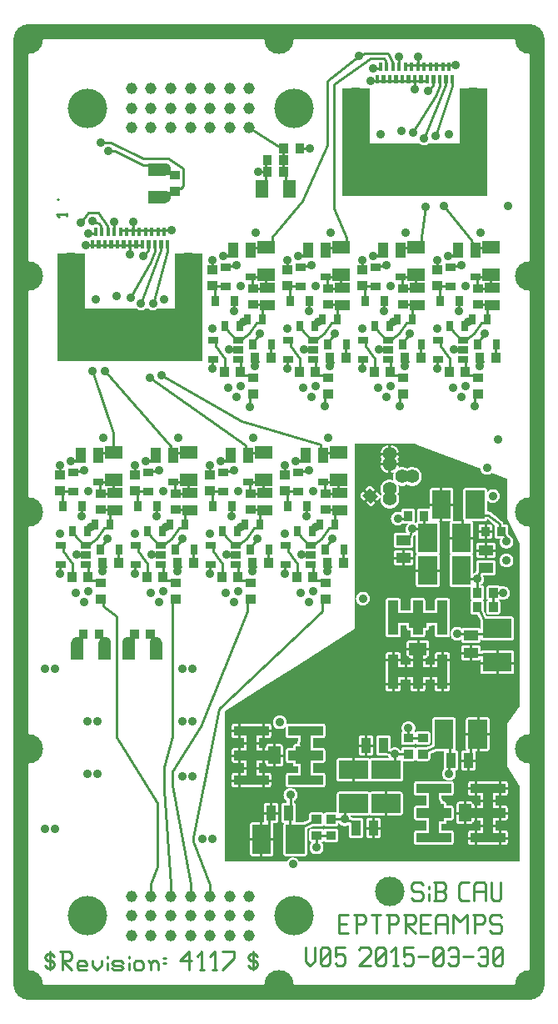
<source format=gbr>
G04 start of page 2 for group 0 idx 0 *
G04 Title: EPTPREAMPS, component *
G04 Creator: pcb 1.99z *
G04 CreationDate: Do 09 Apr 2015 07:41:23 GMT UTC *
G04 For: stephan *
G04 Format: Gerber/RS-274X *
G04 PCB-Dimensions (mil): 2952.76 4724.41 *
G04 PCB-Coordinate-Origin: lower left *
%MOIN*%
%FSLAX25Y25*%
%LNCOMPONENT*%
%ADD38C,0.0700*%
%ADD37C,0.0236*%
%ADD36C,0.0256*%
%ADD35C,0.0276*%
%ADD34C,0.0240*%
%ADD33C,0.0866*%
%ADD32C,0.0157*%
%ADD31C,0.0512*%
%ADD30C,0.0550*%
%ADD29C,0.0354*%
%ADD28R,0.0750X0.0750*%
%ADD27R,0.0394X0.0394*%
%ADD26R,0.0394X0.0394*%
%ADD25R,0.0280X0.0280*%
%ADD24R,0.0500X0.0500*%
%ADD23R,0.0145X0.0145*%
%ADD22R,0.0350X0.0350*%
%ADD21C,0.0591*%
%ADD20C,0.0553*%
%ADD19C,0.0900*%
%ADD18C,0.1181*%
%ADD17C,0.0472*%
%ADD16C,0.1575*%
%ADD15C,0.0453*%
%ADD14C,0.0098*%
%ADD13C,0.0098*%
%ADD12C,0.0100*%
%ADD11C,0.0001*%
G54D11*G36*
X59000Y339441D02*X70000D01*
Y317441D01*
X90897D01*
X91245Y317228D01*
X91646Y317062D01*
X92068Y316961D01*
X92500Y316927D01*
X92932Y316961D01*
X93354Y317062D01*
X93755Y317228D01*
X94103Y317441D01*
X95647D01*
X95995Y317228D01*
X96396Y317062D01*
X96818Y316961D01*
X97250Y316927D01*
X97682Y316961D01*
X98104Y317062D01*
X98505Y317228D01*
X98853Y317441D01*
X106000D01*
Y339441D01*
X117000D01*
Y296441D01*
X59000D01*
Y339441D01*
G37*
G36*
X173000Y405441D02*X184000D01*
Y383441D01*
X204147D01*
X204495Y383228D01*
X204896Y383062D01*
X205318Y382961D01*
X205750Y382927D01*
X206182Y382961D01*
X206604Y383062D01*
X207005Y383228D01*
X207353Y383441D01*
X220000D01*
Y405441D01*
X231000D01*
Y362441D01*
X173000D01*
Y405441D01*
G37*
G36*
X239000Y233441D02*X244000Y223441D01*
Y158441D01*
X239000Y151441D01*
Y134441D01*
X244000Y126441D01*
Y96441D01*
X238746D01*
Y103281D01*
X238806Y103318D01*
X238926Y103421D01*
X239028Y103540D01*
X239110Y103675D01*
X239171Y103820D01*
X239207Y103973D01*
X239217Y104130D01*
X239207Y108224D01*
X239171Y108377D01*
X239110Y108522D01*
X239028Y108657D01*
X238926Y108776D01*
X238806Y108878D01*
X238746Y108915D01*
Y113124D01*
X238806Y113161D01*
X238926Y113263D01*
X239028Y113383D01*
X239110Y113517D01*
X239171Y113662D01*
X239207Y113816D01*
X239217Y113972D01*
X239207Y118066D01*
X239171Y118219D01*
X239110Y118365D01*
X239028Y118499D01*
X238926Y118619D01*
X238806Y118721D01*
X238746Y118758D01*
Y122966D01*
X238806Y123003D01*
X238926Y123106D01*
X239028Y123225D01*
X239110Y123360D01*
X239171Y123505D01*
X239207Y123658D01*
X239217Y123815D01*
X239207Y127909D01*
X239171Y128062D01*
X239110Y128207D01*
X239028Y128342D01*
X238926Y128461D01*
X238806Y128563D01*
X238746Y128600D01*
Y171451D01*
X240906Y171453D01*
X241059Y171490D01*
X241204Y171550D01*
X241338Y171632D01*
X241457Y171734D01*
X241559Y171853D01*
X241641Y171987D01*
X241701Y172132D01*
X241738Y172285D01*
X241747Y172441D01*
X241738Y180097D01*
X241701Y180250D01*
X241641Y180395D01*
X241559Y180529D01*
X241457Y180648D01*
X241338Y180750D01*
X241204Y180832D01*
X241059Y180892D01*
X240906Y180929D01*
X240750Y180938D01*
X238746Y180936D01*
Y184951D01*
X240906Y184953D01*
X241059Y184990D01*
X241204Y185050D01*
X241338Y185132D01*
X241457Y185234D01*
X241559Y185353D01*
X241641Y185487D01*
X241701Y185632D01*
X241738Y185785D01*
X241747Y185941D01*
X241738Y193597D01*
X241701Y193750D01*
X241641Y193895D01*
X241559Y194029D01*
X241457Y194148D01*
X241338Y194250D01*
X241204Y194332D01*
X241059Y194392D01*
X240906Y194429D01*
X240750Y194438D01*
X238746Y194436D01*
Y201625D01*
X238875Y201704D01*
X239205Y201986D01*
X239486Y202316D01*
X239713Y202686D01*
X239879Y203087D01*
X239980Y203508D01*
X240006Y203941D01*
X239980Y204373D01*
X239879Y204795D01*
X239713Y205196D01*
X239486Y205566D01*
X239205Y205896D01*
X238875Y206177D01*
X238746Y206257D01*
Y214177D01*
X238750Y214177D01*
X239182Y214211D01*
X239604Y214312D01*
X240005Y214478D01*
X240375Y214704D01*
X240705Y214986D01*
X240986Y215316D01*
X241213Y215686D01*
X241379Y216087D01*
X241480Y216508D01*
X241506Y216941D01*
X241480Y217373D01*
X241379Y217795D01*
X241213Y218196D01*
X240986Y218566D01*
X240705Y218896D01*
X240375Y219177D01*
X240005Y219404D01*
X239604Y219570D01*
X239182Y219671D01*
X238750Y219705D01*
X238746Y219705D01*
Y221677D01*
X238750Y221677D01*
X239182Y221711D01*
X239604Y221812D01*
X240005Y221978D01*
X240375Y222204D01*
X240705Y222486D01*
X240986Y222816D01*
X241213Y223186D01*
X241379Y223587D01*
X241480Y224008D01*
X241506Y224441D01*
X241480Y224873D01*
X241379Y225295D01*
X241213Y225696D01*
X240986Y226066D01*
X240705Y226396D01*
X240375Y226677D01*
X240005Y226904D01*
X239604Y227070D01*
X239578Y227076D01*
X239445Y227565D01*
X239438Y230547D01*
X239401Y230700D01*
X239341Y230845D01*
X239259Y230979D01*
X239157Y231098D01*
X239038Y231200D01*
X238904Y231282D01*
X238759Y231342D01*
X238746Y231345D01*
Y249537D01*
X239000Y249441D01*
Y233441D01*
G37*
G36*
X238746Y231345D02*X238606Y231379D01*
X238450Y231388D01*
X237495Y231386D01*
X237496Y231392D01*
X237485Y231627D01*
X237480Y231654D01*
X237478Y231675D01*
X237457Y231766D01*
X237438Y231857D01*
X237429Y231880D01*
X237423Y231903D01*
X237388Y231990D01*
X237355Y232076D01*
X237343Y232098D01*
X237334Y232120D01*
X237285Y232200D01*
X237239Y232281D01*
X237224Y232300D01*
X237211Y232321D01*
X237150Y232392D01*
X237092Y232464D01*
X237076Y232478D01*
X237058Y232499D01*
X236880Y232652D01*
X236851Y232670D01*
X235354Y233833D01*
Y240912D01*
X235486Y241066D01*
X235713Y241436D01*
X235879Y241837D01*
X235980Y242258D01*
X236006Y242691D01*
X235980Y243123D01*
X235879Y243545D01*
X235713Y243946D01*
X235486Y244316D01*
X235354Y244470D01*
Y250820D01*
X238746Y249537D01*
Y231345D01*
G37*
G36*
Y206257D02*X238505Y206404D01*
X238104Y206570D01*
X237682Y206671D01*
X237250Y206705D01*
X236818Y206671D01*
X236396Y206570D01*
X236043Y206424D01*
X236009Y206479D01*
X235907Y206598D01*
X235788Y206700D01*
X235654Y206782D01*
X235509Y206842D01*
X235356Y206879D01*
X235354Y206879D01*
Y225495D01*
X236205Y225497D01*
X236121Y225295D01*
X236020Y224873D01*
X235986Y224441D01*
X236020Y224008D01*
X236121Y223587D01*
X236287Y223186D01*
X236514Y222816D01*
X236795Y222486D01*
X237125Y222204D01*
X237495Y221978D01*
X237896Y221812D01*
X238318Y221711D01*
X238746Y221677D01*
Y219705D01*
X238318Y219671D01*
X237896Y219570D01*
X237495Y219404D01*
X237125Y219177D01*
X236795Y218896D01*
X236514Y218566D01*
X236287Y218196D01*
X236121Y217795D01*
X236020Y217373D01*
X235986Y216941D01*
X236020Y216508D01*
X236121Y216087D01*
X236287Y215686D01*
X236514Y215316D01*
X236795Y214986D01*
X237125Y214704D01*
X237495Y214478D01*
X237896Y214312D01*
X238318Y214211D01*
X238746Y214177D01*
Y206257D01*
G37*
G36*
Y194436D02*X235354Y194434D01*
Y195253D01*
X235356Y195253D01*
X235509Y195290D01*
X235654Y195350D01*
X235788Y195432D01*
X235907Y195534D01*
X236009Y195653D01*
X236091Y195787D01*
X236151Y195932D01*
X236188Y196084D01*
X236197Y196241D01*
X236188Y200297D01*
X236151Y200450D01*
X236091Y200595D01*
X236009Y200729D01*
X235907Y200848D01*
X235788Y200950D01*
X235654Y201032D01*
X235572Y201066D01*
X235654Y201100D01*
X235788Y201182D01*
X235907Y201284D01*
X236009Y201403D01*
X236043Y201458D01*
X236396Y201312D01*
X236818Y201211D01*
X237250Y201177D01*
X237682Y201211D01*
X238104Y201312D01*
X238505Y201478D01*
X238746Y201625D01*
Y194436D01*
G37*
G36*
Y180936D02*X235354Y180934D01*
Y184949D01*
X238746Y184951D01*
Y180936D01*
G37*
G36*
Y128600D02*X238672Y128646D01*
X238526Y128706D01*
X238373Y128743D01*
X238217Y128752D01*
X235354Y128750D01*
Y171449D01*
X238746Y171451D01*
Y128600D01*
G37*
G36*
Y118758D02*X238672Y118803D01*
X238526Y118863D01*
X238373Y118900D01*
X238217Y118909D01*
X235354Y118908D01*
Y122822D01*
X238373Y122824D01*
X238526Y122861D01*
X238672Y122921D01*
X238746Y122966D01*
Y118758D01*
G37*
G36*
Y108915D02*X238672Y108961D01*
X238526Y109021D01*
X238373Y109058D01*
X238217Y109067D01*
X235354Y109065D01*
Y112980D01*
X238373Y112982D01*
X238526Y113018D01*
X238672Y113079D01*
X238746Y113124D01*
Y108915D01*
G37*
G36*
Y96441D02*X235354D01*
Y103137D01*
X238373Y103139D01*
X238526Y103176D01*
X238672Y103236D01*
X238746Y103281D01*
Y96441D01*
G37*
G36*
X235354Y244470D02*X235205Y244646D01*
X234875Y244927D01*
X234505Y245154D01*
X234104Y245320D01*
X233682Y245421D01*
X233250Y245455D01*
X232818Y245421D01*
X232396Y245320D01*
X231995Y245154D01*
X231625Y244927D01*
X231295Y244646D01*
X231014Y244316D01*
X230988Y244275D01*
X230988Y245097D01*
X230951Y245250D01*
X230891Y245395D01*
X230809Y245529D01*
X230707Y245648D01*
X230588Y245750D01*
X230454Y245832D01*
X230309Y245892D01*
X230300Y245894D01*
Y251275D01*
X230568Y251211D01*
X231000Y251177D01*
X231432Y251211D01*
X231854Y251312D01*
X232255Y251478D01*
X232625Y251704D01*
X232745Y251808D01*
X235354Y250820D01*
Y244470D01*
G37*
G36*
Y233833D02*X232443Y236098D01*
X232380Y236152D01*
X232271Y236219D01*
X232223Y236252D01*
X232200Y236262D01*
X232180Y236275D01*
X232093Y236310D01*
X232009Y236349D01*
X231985Y236355D01*
X231963Y236364D01*
X231872Y236386D01*
X231782Y236411D01*
X231758Y236414D01*
X231734Y236419D01*
X231676Y236423D01*
X231549Y236437D01*
X231466Y236433D01*
X230995D01*
X230991Y241103D01*
X231014Y241066D01*
X231295Y240736D01*
X231625Y240454D01*
X231995Y240228D01*
X232396Y240062D01*
X232818Y239961D01*
X233250Y239927D01*
X233682Y239961D01*
X234104Y240062D01*
X234505Y240228D01*
X234875Y240454D01*
X235205Y240736D01*
X235354Y240912D01*
Y233833D01*
G37*
G36*
Y194434D02*X230831Y194430D01*
X230300Y195558D01*
Y210978D01*
X233624Y210983D01*
X233777Y211019D01*
X233923Y211080D01*
X234057Y211162D01*
X234177Y211264D01*
X234279Y211384D01*
X234361Y211518D01*
X234421Y211663D01*
X234458Y211817D01*
X234467Y211973D01*
X234458Y216065D01*
X234421Y216218D01*
X234361Y216364D01*
X234279Y216498D01*
X234177Y216618D01*
X234057Y216720D01*
X233923Y216802D01*
X233777Y216862D01*
X233624Y216899D01*
X233467Y216908D01*
X230300Y216904D01*
Y217978D01*
X233624Y217983D01*
X233777Y218019D01*
X233923Y218080D01*
X234057Y218162D01*
X234177Y218264D01*
X234279Y218384D01*
X234361Y218518D01*
X234421Y218663D01*
X234458Y218817D01*
X234467Y218973D01*
X234458Y223065D01*
X234421Y223218D01*
X234361Y223364D01*
X234279Y223498D01*
X234177Y223618D01*
X234057Y223720D01*
X233923Y223802D01*
X233777Y223862D01*
X233624Y223899D01*
X233467Y223908D01*
X230300Y223904D01*
Y225498D01*
X232206Y225503D01*
X232359Y225540D01*
X232504Y225600D01*
X232638Y225682D01*
X232757Y225784D01*
X232859Y225903D01*
X232941Y226037D01*
X233001Y226182D01*
X233038Y226334D01*
X233047Y226491D01*
X233038Y230547D01*
X233001Y230700D01*
X232941Y230845D01*
X232859Y230979D01*
X232757Y231098D01*
X232638Y231200D01*
X232504Y231282D01*
X232359Y231342D01*
X232206Y231379D01*
X232050Y231388D01*
X230300Y231384D01*
Y232488D01*
X230309Y232490D01*
X230454Y232550D01*
X230588Y232632D01*
X230707Y232734D01*
X230809Y232853D01*
X230891Y232987D01*
X230951Y233132D01*
X230988Y233285D01*
X230997Y233441D01*
Y233442D01*
X234150Y230989D01*
X234141Y230979D01*
X234059Y230845D01*
X233999Y230700D01*
X233962Y230547D01*
X233953Y230391D01*
X233962Y226334D01*
X233999Y226182D01*
X234059Y226037D01*
X234141Y225903D01*
X234243Y225784D01*
X234362Y225682D01*
X234496Y225600D01*
X234641Y225540D01*
X234794Y225503D01*
X234950Y225494D01*
X235354Y225495D01*
Y206879D01*
X235200Y206888D01*
X231544Y206879D01*
X231391Y206842D01*
X231246Y206782D01*
X231112Y206700D01*
X230993Y206598D01*
X230891Y206479D01*
X230809Y206345D01*
X230749Y206200D01*
X230712Y206047D01*
X230703Y205891D01*
X230712Y201834D01*
X230749Y201682D01*
X230809Y201537D01*
X230891Y201403D01*
X230993Y201284D01*
X231112Y201182D01*
X231246Y201100D01*
X231328Y201066D01*
X231246Y201032D01*
X231112Y200950D01*
X230993Y200848D01*
X230891Y200729D01*
X230809Y200595D01*
X230749Y200450D01*
X230712Y200297D01*
X230703Y200141D01*
X230712Y196084D01*
X230749Y195932D01*
X230809Y195787D01*
X230891Y195653D01*
X230993Y195534D01*
X231112Y195432D01*
X231246Y195350D01*
X231391Y195290D01*
X231544Y195253D01*
X231700Y195244D01*
X235354Y195253D01*
Y194434D01*
G37*
G36*
Y180934D02*X230300Y180930D01*
Y184945D01*
X235354Y184949D01*
Y180934D01*
G37*
G36*
Y128750D02*X230300Y128747D01*
Y140702D01*
X231156Y140703D01*
X231309Y140740D01*
X231454Y140800D01*
X231588Y140882D01*
X231707Y140984D01*
X231809Y141103D01*
X231891Y141237D01*
X231951Y141382D01*
X231988Y141535D01*
X231997Y141691D01*
X231988Y153347D01*
X231951Y153500D01*
X231891Y153645D01*
X231809Y153779D01*
X231707Y153898D01*
X231588Y154000D01*
X231454Y154082D01*
X231309Y154142D01*
X231156Y154179D01*
X231000Y154188D01*
X230300Y154187D01*
Y171445D01*
X235354Y171449D01*
Y128750D01*
G37*
G36*
Y118908D02*X234289Y118907D01*
X234287Y122822D01*
X235354Y122822D01*
Y118908D01*
G37*
G36*
Y109065D02*X234294Y109064D01*
X234292Y112979D01*
X235354Y112980D01*
Y109065D01*
G37*
G36*
Y96441D02*X230300D01*
Y103134D01*
X235354Y103137D01*
Y96441D01*
G37*
G36*
X230300Y195558D02*X229796Y196629D01*
X229788Y200297D01*
X229751Y200450D01*
X229691Y200595D01*
X229609Y200729D01*
X229507Y200848D01*
X229388Y200950D01*
X229254Y201032D01*
X229172Y201066D01*
X229254Y201100D01*
X229388Y201182D01*
X229507Y201284D01*
X229609Y201403D01*
X229691Y201537D01*
X229751Y201682D01*
X229788Y201834D01*
X229797Y201991D01*
X229788Y206047D01*
X229751Y206200D01*
X229691Y206345D01*
X229609Y206479D01*
X229507Y206598D01*
X229388Y206700D01*
X229254Y206782D01*
X229109Y206842D01*
X228956Y206879D01*
X228800Y206888D01*
X228492Y206887D01*
Y207123D01*
X228625Y207204D01*
X228955Y207486D01*
X229236Y207816D01*
X229463Y208186D01*
X229629Y208587D01*
X229730Y209008D01*
X229756Y209441D01*
X229730Y209873D01*
X229629Y210295D01*
X229463Y210696D01*
X229291Y210976D01*
X230300Y210978D01*
Y195558D01*
G37*
G36*
Y231384D02*X228394Y231379D01*
X228241Y231342D01*
X228096Y231282D01*
X227962Y231200D01*
X227843Y231098D01*
X227741Y230979D01*
X227659Y230845D01*
X227599Y230700D01*
X227562Y230547D01*
X227553Y230391D01*
X227562Y226334D01*
X227599Y226182D01*
X227659Y226037D01*
X227741Y225903D01*
X227843Y225784D01*
X227962Y225682D01*
X228096Y225600D01*
X228241Y225540D01*
X228394Y225503D01*
X228550Y225494D01*
X230300Y225498D01*
Y223904D01*
X227376Y223899D01*
X227223Y223862D01*
X227077Y223802D01*
X226943Y223720D01*
X226823Y223618D01*
X226721Y223498D01*
X226639Y223364D01*
X226579Y223218D01*
X226542Y223065D01*
X226532Y222908D01*
X226542Y218817D01*
X226579Y218663D01*
X226639Y218518D01*
X226721Y218384D01*
X226823Y218264D01*
X226943Y218162D01*
X227077Y218080D01*
X227223Y218019D01*
X227376Y217983D01*
X227532Y217973D01*
X230300Y217978D01*
Y216904D01*
X227376Y216899D01*
X227223Y216862D01*
X227077Y216802D01*
X226943Y216720D01*
X226823Y216618D01*
X226721Y216498D01*
X226639Y216364D01*
X226579Y216218D01*
X226542Y216065D01*
X226532Y215908D01*
X226540Y212778D01*
X226317Y212111D01*
X226146Y212070D01*
X225745Y211904D01*
X225493Y211750D01*
X225488Y218847D01*
X225451Y219000D01*
X225391Y219145D01*
X225309Y219279D01*
X225207Y219398D01*
X225157Y219441D01*
X225207Y219484D01*
X225309Y219603D01*
X225391Y219737D01*
X225451Y219882D01*
X225488Y220035D01*
X225497Y220191D01*
X225488Y231847D01*
X225451Y232000D01*
X225391Y232145D01*
X225309Y232279D01*
X225207Y232398D01*
X225150Y232447D01*
X230156Y232453D01*
X230300Y232488D01*
Y231384D01*
G37*
G36*
X203250Y112973D02*X206711Y112975D01*
X206713Y109060D01*
X203250Y109058D01*
Y112973D01*
G37*
G36*
Y122815D02*X206706Y122818D01*
X206708Y118903D01*
X203250Y118901D01*
Y122815D01*
G37*
G36*
Y262968D02*X228272Y253500D01*
X228371Y253087D01*
X228537Y252686D01*
X228764Y252316D01*
X229045Y251986D01*
X229375Y251704D01*
X229745Y251478D01*
X230146Y251312D01*
X230300Y251275D01*
Y245894D01*
X230156Y245929D01*
X230000Y245938D01*
X222344Y245929D01*
X222191Y245892D01*
X222046Y245832D01*
X221912Y245750D01*
X221793Y245648D01*
X221691Y245529D01*
X221609Y245395D01*
X221549Y245250D01*
X221512Y245097D01*
X221503Y244941D01*
X221512Y233285D01*
X221549Y233132D01*
X221609Y232987D01*
X221691Y232853D01*
X221793Y232734D01*
X221850Y232685D01*
X217143Y232679D01*
X217207Y232734D01*
X217309Y232853D01*
X217391Y232987D01*
X217451Y233132D01*
X217488Y233285D01*
X217497Y233441D01*
X217488Y245097D01*
X217451Y245250D01*
X217391Y245395D01*
X217309Y245529D01*
X217207Y245648D01*
X217088Y245750D01*
X216954Y245832D01*
X216809Y245892D01*
X216656Y245929D01*
X216500Y245938D01*
X208844Y245929D01*
X208691Y245892D01*
X208546Y245832D01*
X208412Y245750D01*
X208293Y245648D01*
X208191Y245529D01*
X208109Y245395D01*
X208049Y245250D01*
X208012Y245097D01*
X208003Y244941D01*
X208009Y237468D01*
X207904Y237532D01*
X207759Y237592D01*
X207606Y237629D01*
X207450Y237638D01*
X203794Y237629D01*
X203641Y237592D01*
X203496Y237532D01*
X203362Y237450D01*
X203250Y237354D01*
Y247431D01*
X203660Y247781D01*
X204043Y248230D01*
X204352Y248733D01*
X204577Y249279D01*
X204715Y249853D01*
X204750Y250441D01*
X204715Y251029D01*
X204577Y251603D01*
X204352Y252149D01*
X204043Y252652D01*
X203660Y253101D01*
X203250Y253451D01*
Y262968D01*
G37*
G36*
X230300Y96441D02*X203250D01*
Y103130D01*
X216720Y103139D01*
X216873Y103176D01*
X217018Y103236D01*
X217153Y103318D01*
X217272Y103421D01*
X217374Y103540D01*
X217457Y103675D01*
X217517Y103820D01*
X217554Y103973D01*
X217563Y104130D01*
X217554Y108224D01*
X217517Y108377D01*
X217457Y108522D01*
X217374Y108657D01*
X217272Y108776D01*
X217153Y108878D01*
X217018Y108961D01*
X216873Y109021D01*
X216720Y109058D01*
X216563Y109067D01*
X212640Y109064D01*
X212639Y111451D01*
X213906Y111453D01*
X214059Y111490D01*
X214204Y111550D01*
X214338Y111632D01*
X214457Y111734D01*
X214559Y111853D01*
X214641Y111987D01*
X214701Y112132D01*
X214738Y112285D01*
X214747Y112441D01*
X214746Y112980D01*
X216720Y112982D01*
X216873Y113018D01*
X217018Y113079D01*
X217153Y113161D01*
X217272Y113263D01*
X217374Y113383D01*
X217457Y113517D01*
X217517Y113662D01*
X217554Y113816D01*
X217563Y113972D01*
X217554Y118066D01*
X217517Y118219D01*
X217457Y118365D01*
X217374Y118499D01*
X217272Y118619D01*
X217153Y118721D01*
X217018Y118803D01*
X216873Y118863D01*
X216720Y118900D01*
X216563Y118909D01*
X214739Y118908D01*
X214738Y119597D01*
X214701Y119750D01*
X214641Y119895D01*
X214559Y120029D01*
X214457Y120148D01*
X214338Y120250D01*
X214204Y120332D01*
X214059Y120392D01*
X213906Y120429D01*
X213750Y120438D01*
X213256Y120437D01*
X213256Y120441D01*
X213230Y120873D01*
X213129Y121295D01*
X212963Y121696D01*
X212736Y122066D01*
X212634Y122186D01*
X212634Y122822D01*
X216720Y122824D01*
X216873Y122861D01*
X217018Y122921D01*
X217153Y123003D01*
X217272Y123106D01*
X217374Y123225D01*
X217457Y123360D01*
X217517Y123505D01*
X217554Y123658D01*
X217563Y123815D01*
X217554Y127909D01*
X217517Y128062D01*
X217457Y128207D01*
X217374Y128342D01*
X217272Y128461D01*
X217153Y128563D01*
X217018Y128646D01*
X216873Y128706D01*
X216720Y128743D01*
X216563Y128752D01*
X203250Y128743D01*
Y136747D01*
X203300Y136744D01*
X207356Y136753D01*
X207509Y136790D01*
X207654Y136850D01*
X207788Y136932D01*
X207907Y137034D01*
X208009Y137153D01*
X208091Y137287D01*
X208151Y137432D01*
X208188Y137584D01*
X208197Y137741D01*
X208192Y139588D01*
X210543Y140695D01*
X213918Y140699D01*
X213823Y140618D01*
X213721Y140498D01*
X213639Y140364D01*
X213579Y140218D01*
X213542Y140065D01*
X213532Y139908D01*
X213542Y133817D01*
X213579Y133663D01*
X213639Y133518D01*
X213659Y133486D01*
X213514Y133316D01*
X213287Y132946D01*
X213121Y132545D01*
X213020Y132123D01*
X212986Y131691D01*
X213020Y131258D01*
X213121Y130837D01*
X213287Y130436D01*
X213514Y130066D01*
X213795Y129736D01*
X214125Y129454D01*
X214495Y129228D01*
X214896Y129062D01*
X215318Y128961D01*
X215750Y128927D01*
X216182Y128961D01*
X216604Y129062D01*
X217005Y129228D01*
X217375Y129454D01*
X217705Y129736D01*
X217986Y130066D01*
X218213Y130436D01*
X218379Y130837D01*
X218480Y131258D01*
X218506Y131691D01*
X218480Y132123D01*
X218379Y132545D01*
X218213Y132946D01*
X218191Y132982D01*
X218624Y132983D01*
X218777Y133019D01*
X218923Y133080D01*
X219057Y133162D01*
X219177Y133264D01*
X219279Y133384D01*
X219361Y133518D01*
X219421Y133663D01*
X219458Y133817D01*
X219467Y133973D01*
X219458Y140065D01*
X219421Y140218D01*
X219361Y140364D01*
X219279Y140498D01*
X219177Y140618D01*
X219057Y140720D01*
X218923Y140802D01*
X218777Y140862D01*
X218624Y140899D01*
X218467Y140908D01*
X218118Y140908D01*
X218207Y140984D01*
X218309Y141103D01*
X218391Y141237D01*
X218451Y141382D01*
X218488Y141535D01*
X218497Y141691D01*
X218488Y153347D01*
X218451Y153500D01*
X218391Y153645D01*
X218309Y153779D01*
X218207Y153898D01*
X218088Y154000D01*
X217954Y154082D01*
X217809Y154142D01*
X217656Y154179D01*
X217500Y154188D01*
X209844Y154179D01*
X209691Y154142D01*
X209546Y154082D01*
X209412Y154000D01*
X209293Y153898D01*
X209191Y153779D01*
X209109Y153645D01*
X209049Y153500D01*
X209012Y153347D01*
X209003Y153191D01*
X209011Y143272D01*
X206812Y142237D01*
X203250Y142229D01*
Y143147D01*
X203300Y143144D01*
X207356Y143153D01*
X207509Y143190D01*
X207654Y143250D01*
X207788Y143332D01*
X207907Y143434D01*
X208009Y143553D01*
X208091Y143687D01*
X208151Y143832D01*
X208188Y143984D01*
X208197Y144141D01*
X208188Y147797D01*
X208151Y147950D01*
X208091Y148095D01*
X208009Y148229D01*
X207907Y148348D01*
X207788Y148450D01*
X207654Y148532D01*
X207509Y148592D01*
X207356Y148629D01*
X207200Y148638D01*
X203250Y148629D01*
Y164479D01*
X205375Y164484D01*
X205528Y164520D01*
X205674Y164581D01*
X205808Y164663D01*
X205928Y164765D01*
X206030Y164885D01*
X206112Y165019D01*
X206172Y165164D01*
X206209Y165317D01*
X206218Y165474D01*
X206216Y169402D01*
X210131Y169403D01*
X210133Y165317D01*
X210170Y165164D01*
X210230Y165019D01*
X210313Y164885D01*
X210415Y164765D01*
X210534Y164663D01*
X210669Y164581D01*
X210814Y164520D01*
X210967Y164484D01*
X211124Y164474D01*
X215218Y164484D01*
X215371Y164520D01*
X215516Y164581D01*
X215651Y164663D01*
X215770Y164765D01*
X215873Y164885D01*
X215955Y165019D01*
X216015Y165164D01*
X216052Y165317D01*
X216061Y165474D01*
X216052Y179411D01*
X216015Y179564D01*
X215955Y179709D01*
X215873Y179844D01*
X215770Y179963D01*
X215651Y180065D01*
X215516Y180148D01*
X215371Y180208D01*
X215218Y180245D01*
X215061Y180254D01*
X210967Y180245D01*
X210814Y180208D01*
X210669Y180148D01*
X210534Y180065D01*
X210415Y179963D01*
X210313Y179844D01*
X210230Y179709D01*
X210170Y179564D01*
X210133Y179411D01*
X210124Y179254D01*
X210127Y175331D01*
X206212Y175329D01*
X206210Y177952D01*
X206906Y177953D01*
X207059Y177990D01*
X207204Y178050D01*
X207338Y178132D01*
X207457Y178234D01*
X207559Y178353D01*
X207641Y178487D01*
X207701Y178632D01*
X207738Y178785D01*
X207747Y178941D01*
X207738Y184097D01*
X207701Y184250D01*
X207641Y184395D01*
X207559Y184529D01*
X207457Y184648D01*
X207338Y184750D01*
X207204Y184832D01*
X207059Y184892D01*
X206906Y184929D01*
X206750Y184938D01*
X203250Y184933D01*
Y186132D01*
X205375Y186137D01*
X205528Y186174D01*
X205674Y186234D01*
X205808Y186316D01*
X205928Y186419D01*
X206030Y186538D01*
X206112Y186673D01*
X206172Y186818D01*
X206209Y186971D01*
X206218Y187128D01*
X206217Y188952D01*
X206906Y188953D01*
X207059Y188990D01*
X207204Y189050D01*
X207338Y189132D01*
X207457Y189234D01*
X207559Y189353D01*
X207641Y189487D01*
X207701Y189632D01*
X207738Y189785D01*
X207747Y189941D01*
X207746Y190697D01*
X208000Y190677D01*
X208432Y190711D01*
X208854Y190812D01*
X209255Y190978D01*
X209384Y191057D01*
X210131Y191057D01*
X210133Y186971D01*
X210170Y186818D01*
X210230Y186673D01*
X210313Y186538D01*
X210415Y186419D01*
X210534Y186316D01*
X210669Y186234D01*
X210814Y186174D01*
X210967Y186137D01*
X211124Y186128D01*
X215218Y186137D01*
X215371Y186174D01*
X215516Y186234D01*
X215651Y186316D01*
X215770Y186419D01*
X215873Y186538D01*
X215955Y186673D01*
X216015Y186818D01*
X216052Y186971D01*
X216061Y187128D01*
X216052Y201064D01*
X216015Y201217D01*
X215955Y201363D01*
X215873Y201497D01*
X215770Y201617D01*
X215651Y201719D01*
X215516Y201801D01*
X215371Y201861D01*
X215218Y201898D01*
X215061Y201907D01*
X210967Y201898D01*
X210814Y201861D01*
X210669Y201801D01*
X210534Y201719D01*
X210415Y201617D01*
X210313Y201497D01*
X210230Y201363D01*
X210170Y201217D01*
X210133Y201064D01*
X210124Y200907D01*
X210127Y196985D01*
X206212Y196983D01*
X206209Y201064D01*
X206172Y201217D01*
X206112Y201363D01*
X206030Y201497D01*
X205928Y201617D01*
X205808Y201719D01*
X205674Y201801D01*
X205528Y201861D01*
X205375Y201898D01*
X205218Y201907D01*
X203250Y201903D01*
Y206226D01*
X203344Y206203D01*
X203500Y206194D01*
X211156Y206203D01*
X211309Y206240D01*
X211454Y206300D01*
X211588Y206382D01*
X211707Y206484D01*
X211809Y206603D01*
X211891Y206737D01*
X211951Y206882D01*
X211988Y207035D01*
X211997Y207191D01*
X211988Y218847D01*
X211951Y219000D01*
X211891Y219145D01*
X211809Y219279D01*
X211707Y219398D01*
X211657Y219441D01*
X211707Y219484D01*
X211809Y219603D01*
X211891Y219737D01*
X211951Y219882D01*
X211988Y220035D01*
X211997Y220191D01*
X211988Y231847D01*
X211951Y232000D01*
X211891Y232145D01*
X211809Y232279D01*
X211707Y232398D01*
X211650Y232447D01*
X216357Y232453D01*
X216293Y232398D01*
X216191Y232279D01*
X216109Y232145D01*
X216049Y232000D01*
X216012Y231847D01*
X216003Y231691D01*
X216012Y220035D01*
X216049Y219882D01*
X216109Y219737D01*
X216191Y219603D01*
X216293Y219484D01*
X216343Y219441D01*
X216293Y219398D01*
X216191Y219279D01*
X216109Y219145D01*
X216049Y219000D01*
X216012Y218847D01*
X216003Y218691D01*
X216012Y207035D01*
X216049Y206882D01*
X216109Y206737D01*
X216191Y206603D01*
X216293Y206484D01*
X216412Y206382D01*
X216546Y206300D01*
X216691Y206240D01*
X216844Y206203D01*
X217000Y206194D01*
X224350Y206203D01*
X224349Y206200D01*
X224312Y206047D01*
X224303Y205891D01*
X224312Y201834D01*
X224349Y201682D01*
X224409Y201537D01*
X224491Y201403D01*
X224593Y201284D01*
X224712Y201182D01*
X224846Y201100D01*
X224928Y201066D01*
X224846Y201032D01*
X224712Y200950D01*
X224593Y200848D01*
X224491Y200729D01*
X224409Y200595D01*
X224349Y200450D01*
X224312Y200297D01*
X224303Y200141D01*
X224312Y196084D01*
X224349Y195932D01*
X224409Y195787D01*
X224491Y195653D01*
X224593Y195534D01*
X224712Y195432D01*
X224846Y195350D01*
X224991Y195290D01*
X225144Y195253D01*
X225300Y195244D01*
X227147Y195249D01*
X228254Y192898D01*
X228258Y189523D01*
X228177Y189618D01*
X228057Y189720D01*
X227923Y189802D01*
X227777Y189862D01*
X227624Y189899D01*
X227467Y189908D01*
X221376Y189899D01*
X221223Y189862D01*
X221077Y189802D01*
X220943Y189720D01*
X220905Y189688D01*
X220625Y189927D01*
X220255Y190154D01*
X219854Y190320D01*
X219432Y190421D01*
X219000Y190455D01*
X218568Y190421D01*
X218146Y190320D01*
X217745Y190154D01*
X217375Y189927D01*
X217045Y189646D01*
X216764Y189316D01*
X216537Y188946D01*
X216371Y188545D01*
X216270Y188123D01*
X216236Y187691D01*
X216270Y187258D01*
X216371Y186837D01*
X216537Y186436D01*
X216764Y186066D01*
X217045Y185736D01*
X217375Y185454D01*
X217745Y185228D01*
X218146Y185062D01*
X218568Y184961D01*
X219000Y184927D01*
X219432Y184961D01*
X219854Y185062D01*
X220255Y185228D01*
X220540Y185403D01*
X220542Y184817D01*
X220579Y184663D01*
X220639Y184518D01*
X220721Y184384D01*
X220823Y184264D01*
X220943Y184162D01*
X221077Y184080D01*
X221223Y184019D01*
X221376Y183983D01*
X221532Y183973D01*
X227624Y183983D01*
X227777Y184019D01*
X227923Y184080D01*
X228057Y184162D01*
X228177Y184264D01*
X228279Y184384D01*
X228361Y184518D01*
X228421Y184663D01*
X228458Y184817D01*
X228467Y184973D01*
X228467Y185323D01*
X228543Y185234D01*
X228662Y185132D01*
X228796Y185050D01*
X228941Y184990D01*
X229094Y184953D01*
X229250Y184944D01*
X230300Y184945D01*
Y180930D01*
X229094Y180929D01*
X228941Y180892D01*
X228796Y180832D01*
X228662Y180750D01*
X228543Y180648D01*
X228462Y180553D01*
X228458Y182065D01*
X228421Y182218D01*
X228361Y182364D01*
X228279Y182498D01*
X228177Y182618D01*
X228057Y182720D01*
X227923Y182802D01*
X227777Y182862D01*
X227624Y182899D01*
X227467Y182908D01*
X221376Y182899D01*
X221223Y182862D01*
X221077Y182802D01*
X220943Y182720D01*
X220823Y182618D01*
X220721Y182498D01*
X220639Y182364D01*
X220579Y182218D01*
X220542Y182065D01*
X220532Y181908D01*
X220542Y177817D01*
X220579Y177663D01*
X220639Y177518D01*
X220721Y177384D01*
X220823Y177264D01*
X220943Y177162D01*
X221077Y177080D01*
X221223Y177019D01*
X221376Y176983D01*
X221532Y176973D01*
X227624Y176983D01*
X227777Y177019D01*
X227923Y177080D01*
X228057Y177162D01*
X228177Y177264D01*
X228256Y177357D01*
X228262Y172285D01*
X228299Y172132D01*
X228359Y171987D01*
X228441Y171853D01*
X228543Y171734D01*
X228662Y171632D01*
X228796Y171550D01*
X228941Y171490D01*
X229094Y171453D01*
X229250Y171444D01*
X230300Y171445D01*
Y154187D01*
X223344Y154179D01*
X223191Y154142D01*
X223046Y154082D01*
X222912Y154000D01*
X222793Y153898D01*
X222691Y153779D01*
X222609Y153645D01*
X222549Y153500D01*
X222512Y153347D01*
X222503Y153191D01*
X222512Y141535D01*
X222549Y141382D01*
X222609Y141237D01*
X222691Y141103D01*
X222793Y140984D01*
X222888Y140903D01*
X221376Y140899D01*
X221223Y140862D01*
X221077Y140802D01*
X220943Y140720D01*
X220823Y140618D01*
X220721Y140498D01*
X220639Y140364D01*
X220579Y140218D01*
X220542Y140065D01*
X220532Y139908D01*
X220542Y133817D01*
X220579Y133663D01*
X220639Y133518D01*
X220721Y133384D01*
X220823Y133264D01*
X220943Y133162D01*
X221077Y133080D01*
X221223Y133019D01*
X221376Y132983D01*
X221532Y132973D01*
X225624Y132983D01*
X225777Y133019D01*
X225923Y133080D01*
X226057Y133162D01*
X226177Y133264D01*
X226279Y133384D01*
X226361Y133518D01*
X226421Y133663D01*
X226458Y133817D01*
X226467Y133973D01*
X226458Y140065D01*
X226421Y140218D01*
X226361Y140364D01*
X226279Y140498D01*
X226177Y140618D01*
X226084Y140697D01*
X230300Y140702D01*
Y128747D01*
X224280Y128743D01*
X224127Y128706D01*
X223982Y128646D01*
X223847Y128563D01*
X223728Y128461D01*
X223625Y128342D01*
X223543Y128207D01*
X223483Y128062D01*
X223446Y127909D01*
X223437Y127752D01*
X223446Y123658D01*
X223483Y123505D01*
X223543Y123360D01*
X223625Y123225D01*
X223728Y123106D01*
X223847Y123003D01*
X223982Y122921D01*
X224127Y122861D01*
X224280Y122824D01*
X224437Y122815D01*
X228360Y122818D01*
X228361Y118903D01*
X225739Y118901D01*
X225738Y119597D01*
X225701Y119750D01*
X225641Y119895D01*
X225559Y120029D01*
X225457Y120148D01*
X225338Y120250D01*
X225204Y120332D01*
X225059Y120392D01*
X224906Y120429D01*
X224750Y120438D01*
X219594Y120429D01*
X219441Y120392D01*
X219296Y120332D01*
X219162Y120250D01*
X219043Y120148D01*
X218941Y120029D01*
X218859Y119895D01*
X218799Y119750D01*
X218762Y119597D01*
X218753Y119441D01*
X218762Y112285D01*
X218799Y112132D01*
X218859Y111987D01*
X218941Y111853D01*
X219043Y111734D01*
X219162Y111632D01*
X219296Y111550D01*
X219441Y111490D01*
X219594Y111453D01*
X219750Y111444D01*
X224906Y111453D01*
X225059Y111490D01*
X225204Y111550D01*
X225338Y111632D01*
X225457Y111734D01*
X225559Y111853D01*
X225641Y111987D01*
X225701Y112132D01*
X225738Y112285D01*
X225747Y112441D01*
X225746Y112973D01*
X228364Y112975D01*
X228366Y109060D01*
X224280Y109058D01*
X224127Y109021D01*
X223982Y108961D01*
X223847Y108878D01*
X223728Y108776D01*
X223625Y108657D01*
X223543Y108522D01*
X223483Y108377D01*
X223446Y108224D01*
X223437Y108067D01*
X223446Y103973D01*
X223483Y103820D01*
X223543Y103675D01*
X223625Y103540D01*
X223728Y103421D01*
X223847Y103318D01*
X223982Y103236D01*
X224127Y103176D01*
X224280Y103139D01*
X224437Y103130D01*
X230300Y103134D01*
Y96441D01*
G37*
G36*
X197500Y143147D02*X197550Y143144D01*
X201606Y143153D01*
X201759Y143190D01*
X201904Y143250D01*
X202038Y143332D01*
X202157Y143434D01*
X202259Y143553D01*
X202341Y143687D01*
X202375Y143769D01*
X202409Y143687D01*
X202491Y143553D01*
X202593Y143434D01*
X202712Y143332D01*
X202846Y143250D01*
X202991Y143190D01*
X203144Y143153D01*
X203250Y143147D01*
Y142229D01*
X203144Y142229D01*
X202991Y142192D01*
X202846Y142132D01*
X202712Y142050D01*
X202593Y141948D01*
X202491Y141829D01*
X202409Y141695D01*
X202375Y141613D01*
X202341Y141695D01*
X202259Y141829D01*
X202157Y141948D01*
X202038Y142050D01*
X201904Y142132D01*
X201759Y142192D01*
X201606Y142229D01*
X201450Y142238D01*
X197500Y142229D01*
Y143147D01*
G37*
G36*
Y169398D02*X200288Y169399D01*
X200291Y165317D01*
X200328Y165164D01*
X200388Y165019D01*
X200470Y164885D01*
X200572Y164765D01*
X200692Y164663D01*
X200826Y164581D01*
X200972Y164520D01*
X201125Y164484D01*
X201281Y164474D01*
X203250Y164479D01*
Y148629D01*
X203144Y148629D01*
X202991Y148592D01*
X202846Y148532D01*
X202712Y148450D01*
X202593Y148348D01*
X202491Y148229D01*
X202409Y148095D01*
X202375Y148013D01*
X202341Y148095D01*
X202259Y148229D01*
X202157Y148348D01*
X202038Y148450D01*
X201904Y148532D01*
X201876Y148544D01*
X201963Y148686D01*
X202129Y149087D01*
X202230Y149508D01*
X202256Y149941D01*
X202230Y150373D01*
X202129Y150795D01*
X201963Y151196D01*
X201736Y151566D01*
X201455Y151896D01*
X201125Y152177D01*
X200755Y152404D01*
X200354Y152570D01*
X199932Y152671D01*
X199500Y152705D01*
X199068Y152671D01*
X198646Y152570D01*
X198245Y152404D01*
X197875Y152177D01*
X197545Y151896D01*
X197500Y151843D01*
Y169398D01*
G37*
G36*
Y191051D02*X197940Y191051D01*
X198318Y190961D01*
X198750Y190927D01*
X198760Y190927D01*
X198762Y189785D01*
X198799Y189632D01*
X198859Y189487D01*
X198941Y189353D01*
X199043Y189234D01*
X199162Y189132D01*
X199296Y189050D01*
X199441Y188990D01*
X199594Y188953D01*
X199750Y188944D01*
X200289Y188945D01*
X200291Y186971D01*
X200328Y186818D01*
X200388Y186673D01*
X200470Y186538D01*
X200572Y186419D01*
X200692Y186316D01*
X200826Y186234D01*
X200972Y186174D01*
X201125Y186137D01*
X201281Y186128D01*
X203250Y186132D01*
Y184933D01*
X199594Y184929D01*
X199441Y184892D01*
X199296Y184832D01*
X199162Y184750D01*
X199043Y184648D01*
X198941Y184529D01*
X198859Y184395D01*
X198799Y184250D01*
X198762Y184097D01*
X198753Y183941D01*
X198762Y178785D01*
X198799Y178632D01*
X198859Y178487D01*
X198941Y178353D01*
X199043Y178234D01*
X199162Y178132D01*
X199296Y178050D01*
X199441Y177990D01*
X199594Y177953D01*
X199750Y177944D01*
X200282Y177945D01*
X200284Y175327D01*
X197500Y175325D01*
Y191051D01*
G37*
G36*
Y221978D02*X200624Y221983D01*
X200777Y222019D01*
X200923Y222080D01*
X201057Y222162D01*
X201177Y222264D01*
X201279Y222384D01*
X201361Y222518D01*
X201421Y222663D01*
X201458Y222817D01*
X201467Y222973D01*
X201460Y226104D01*
X201683Y226771D01*
X201854Y226812D01*
X202255Y226978D01*
X202507Y227132D01*
X202512Y220035D01*
X202549Y219882D01*
X202609Y219737D01*
X202691Y219603D01*
X202793Y219484D01*
X202843Y219441D01*
X202793Y219398D01*
X202691Y219279D01*
X202609Y219145D01*
X202549Y219000D01*
X202512Y218847D01*
X202503Y218691D01*
X202512Y207035D01*
X202549Y206882D01*
X202609Y206737D01*
X202691Y206603D01*
X202793Y206484D01*
X202912Y206382D01*
X203046Y206300D01*
X203191Y206240D01*
X203250Y206226D01*
Y201903D01*
X201125Y201898D01*
X200972Y201861D01*
X200826Y201801D01*
X200692Y201719D01*
X200572Y201617D01*
X200470Y201497D01*
X200388Y201363D01*
X200328Y201217D01*
X200291Y201064D01*
X200281Y200907D01*
X200284Y196980D01*
X197500Y196979D01*
Y214978D01*
X200624Y214983D01*
X200777Y215019D01*
X200923Y215080D01*
X201057Y215162D01*
X201177Y215264D01*
X201279Y215384D01*
X201361Y215518D01*
X201421Y215663D01*
X201458Y215817D01*
X201467Y215973D01*
X201458Y220065D01*
X201421Y220218D01*
X201361Y220364D01*
X201279Y220498D01*
X201177Y220618D01*
X201057Y220720D01*
X200923Y220802D01*
X200777Y220862D01*
X200624Y220899D01*
X200467Y220908D01*
X197500Y220904D01*
Y221978D01*
G37*
G36*
Y231747D02*X197550Y231744D01*
X199492Y231749D01*
X199375Y231677D01*
X199045Y231396D01*
X198764Y231066D01*
X198537Y230696D01*
X198371Y230295D01*
X198270Y229873D01*
X198236Y229441D01*
X198270Y229008D01*
X198371Y228587D01*
X198537Y228186D01*
X198709Y227906D01*
X197500Y227904D01*
Y231747D01*
G37*
G36*
Y246721D02*X197588Y246728D01*
X198162Y246865D01*
X198707Y247091D01*
X198998Y247270D01*
X199292Y247089D01*
X199838Y246863D01*
X200412Y246726D01*
X201000Y246679D01*
X201588Y246726D01*
X202162Y246863D01*
X202708Y247089D01*
X203211Y247398D01*
X203250Y247431D01*
Y237354D01*
X203243Y237348D01*
X203141Y237229D01*
X203059Y237095D01*
X202999Y236950D01*
X202962Y236797D01*
X202953Y236641D01*
X202962Y232584D01*
X202973Y232538D01*
X202912Y232500D01*
X202793Y232398D01*
X202691Y232279D01*
X202609Y232145D01*
X202549Y232000D01*
X202512Y231847D01*
X202506Y231750D01*
X202255Y231904D01*
X201854Y232070D01*
X201799Y232083D01*
X201859Y232153D01*
X201941Y232287D01*
X202001Y232432D01*
X202038Y232584D01*
X202047Y232741D01*
X202038Y236797D01*
X202001Y236950D01*
X201941Y237095D01*
X201859Y237229D01*
X201757Y237348D01*
X201638Y237450D01*
X201504Y237532D01*
X201359Y237592D01*
X201206Y237629D01*
X201050Y237638D01*
X197500Y237629D01*
Y246721D01*
G37*
G36*
Y263441D02*X202000D01*
X203250Y262968D01*
Y253451D01*
X203211Y253484D01*
X202708Y253793D01*
X202162Y254018D01*
X201588Y254156D01*
X201000Y254203D01*
X200412Y254156D01*
X199838Y254018D01*
X199292Y253793D01*
X198998Y253612D01*
X198707Y253791D01*
X198162Y254017D01*
X197588Y254154D01*
X197500Y254161D01*
Y263441D01*
G37*
G36*
X203250Y96441D02*X197500D01*
Y136747D01*
X197550Y136744D01*
X201606Y136753D01*
X201759Y136790D01*
X201904Y136850D01*
X202038Y136932D01*
X202157Y137034D01*
X202259Y137153D01*
X202341Y137287D01*
X202375Y137369D01*
X202409Y137287D01*
X202491Y137153D01*
X202593Y137034D01*
X202712Y136932D01*
X202846Y136850D01*
X202991Y136790D01*
X203144Y136753D01*
X203250Y136747D01*
Y128743D01*
X202627Y128743D01*
X202473Y128706D01*
X202328Y128646D01*
X202194Y128563D01*
X202074Y128461D01*
X201972Y128342D01*
X201890Y128207D01*
X201829Y128062D01*
X201793Y127909D01*
X201783Y127752D01*
X201793Y123658D01*
X201829Y123505D01*
X201890Y123360D01*
X201972Y123225D01*
X202074Y123106D01*
X202194Y123003D01*
X202328Y122921D01*
X202473Y122861D01*
X202627Y122824D01*
X202783Y122815D01*
X203250Y122815D01*
Y118901D01*
X202627Y118900D01*
X202473Y118863D01*
X202328Y118803D01*
X202194Y118721D01*
X202074Y118619D01*
X201972Y118499D01*
X201890Y118365D01*
X201829Y118219D01*
X201793Y118066D01*
X201783Y117909D01*
X201793Y113816D01*
X201829Y113662D01*
X201890Y113517D01*
X201972Y113383D01*
X202074Y113263D01*
X202194Y113161D01*
X202328Y113079D01*
X202473Y113018D01*
X202627Y112982D01*
X202783Y112972D01*
X203250Y112973D01*
Y109058D01*
X202627Y109058D01*
X202473Y109021D01*
X202328Y108961D01*
X202194Y108878D01*
X202074Y108776D01*
X201972Y108657D01*
X201890Y108522D01*
X201829Y108377D01*
X201793Y108224D01*
X201783Y108067D01*
X201793Y103973D01*
X201829Y103820D01*
X201890Y103675D01*
X201972Y103540D01*
X202074Y103421D01*
X202194Y103318D01*
X202328Y103236D01*
X202473Y103176D01*
X202627Y103139D01*
X202783Y103130D01*
X203250Y103130D01*
Y96441D01*
G37*
G36*
X141735Y112367D02*X141823Y112264D01*
X141916Y112185D01*
X141735Y112185D01*
Y112367D01*
G37*
G36*
X194039Y164480D02*X195533Y164484D01*
X195686Y164520D01*
X195831Y164581D01*
X195966Y164663D01*
X196085Y164765D01*
X196187Y164885D01*
X196270Y165019D01*
X196330Y165164D01*
X196367Y165317D01*
X196376Y165474D01*
X196373Y169397D01*
X197500Y169398D01*
Y151843D01*
X197264Y151566D01*
X197037Y151196D01*
X196871Y150795D01*
X196770Y150373D01*
X196736Y149941D01*
X196770Y149508D01*
X196871Y149087D01*
X197037Y148686D01*
X197124Y148544D01*
X197096Y148532D01*
X196962Y148450D01*
X196843Y148348D01*
X196741Y148229D01*
X196659Y148095D01*
X196599Y147950D01*
X196562Y147797D01*
X196553Y147641D01*
X196562Y143984D01*
X196599Y143832D01*
X196659Y143687D01*
X196741Y143553D01*
X196843Y143434D01*
X196962Y143332D01*
X197096Y143250D01*
X197241Y143190D01*
X197394Y143153D01*
X197500Y143147D01*
Y142229D01*
X197394Y142229D01*
X197241Y142192D01*
X197096Y142132D01*
X196962Y142050D01*
X196843Y141948D01*
X196741Y141829D01*
X196659Y141695D01*
X196599Y141550D01*
X196562Y141397D01*
X196553Y141241D01*
X196554Y140933D01*
X196318D01*
X196236Y141066D01*
X195955Y141396D01*
X195625Y141677D01*
X195255Y141904D01*
X194854Y142070D01*
X194432Y142171D01*
X194039Y142202D01*
Y164480D01*
G37*
G36*
Y186134D02*X195533Y186137D01*
X195686Y186174D01*
X195831Y186234D01*
X195966Y186316D01*
X196085Y186419D01*
X196187Y186538D01*
X196270Y186673D01*
X196330Y186818D01*
X196367Y186971D01*
X196376Y187128D01*
X196373Y191051D01*
X197500Y191051D01*
Y175325D01*
X196369Y175325D01*
X196367Y179411D01*
X196330Y179564D01*
X196270Y179709D01*
X196187Y179844D01*
X196085Y179963D01*
X195966Y180065D01*
X195831Y180148D01*
X195686Y180208D01*
X195533Y180245D01*
X195376Y180254D01*
X194039Y180251D01*
Y186134D01*
G37*
G36*
Y215103D02*X194077Y215080D01*
X194223Y215019D01*
X194376Y214983D01*
X194532Y214973D01*
X197500Y214978D01*
Y196979D01*
X196369Y196978D01*
X196367Y201064D01*
X196330Y201217D01*
X196270Y201363D01*
X196187Y201497D01*
X196085Y201617D01*
X195966Y201719D01*
X195831Y201801D01*
X195686Y201861D01*
X195533Y201898D01*
X195376Y201907D01*
X194039Y201904D01*
Y215103D01*
G37*
G36*
Y222103D02*X194077Y222080D01*
X194223Y222019D01*
X194376Y221983D01*
X194532Y221973D01*
X197500Y221978D01*
Y220904D01*
X194376Y220899D01*
X194223Y220862D01*
X194077Y220802D01*
X194039Y220779D01*
Y222103D01*
G37*
G36*
Y231210D02*X194396Y231062D01*
X194818Y230961D01*
X195250Y230927D01*
X195682Y230961D01*
X196104Y231062D01*
X196505Y231228D01*
X196875Y231454D01*
X197205Y231736D01*
X197249Y231788D01*
X197394Y231753D01*
X197500Y231747D01*
Y227904D01*
X194376Y227899D01*
X194223Y227862D01*
X194077Y227802D01*
X194039Y227779D01*
Y231210D01*
G37*
G36*
Y238293D02*X194211Y238398D01*
X194660Y238781D01*
X195043Y239230D01*
X195352Y239733D01*
X195577Y240279D01*
X195715Y240853D01*
X195750Y241441D01*
X195715Y242029D01*
X195577Y242603D01*
X195352Y243149D01*
X195171Y243443D01*
X195350Y243734D01*
X195576Y244279D01*
X195713Y244853D01*
X195748Y245441D01*
X195713Y246029D01*
X195576Y246603D01*
X195390Y247051D01*
X195838Y246865D01*
X196412Y246728D01*
X197000Y246681D01*
X197500Y246721D01*
Y237629D01*
X197394Y237629D01*
X197241Y237592D01*
X197096Y237532D01*
X196962Y237450D01*
X196843Y237348D01*
X196741Y237229D01*
X196659Y237095D01*
X196599Y236950D01*
X196562Y236797D01*
X196553Y236641D01*
X196554Y236124D01*
X196505Y236154D01*
X196104Y236320D01*
X195682Y236421D01*
X195250Y236455D01*
X194818Y236421D01*
X194396Y236320D01*
X194039Y236172D01*
Y238293D01*
G37*
G36*
Y263441D02*X197500D01*
Y254161D01*
X197000Y254201D01*
X196412Y254154D01*
X195838Y254017D01*
X195384Y253828D01*
X195470Y254014D01*
X195582Y254324D01*
X195599Y254400D01*
X195605Y254478D01*
X195598Y254555D01*
X195578Y254631D01*
X195548Y254702D01*
X195506Y254768D01*
X195455Y254827D01*
X195395Y254877D01*
X195328Y254916D01*
X195256Y254945D01*
X195180Y254963D01*
X195102Y254968D01*
X195025Y254961D01*
X194949Y254942D01*
X194878Y254911D01*
X194812Y254870D01*
X194753Y254818D01*
X194703Y254759D01*
X194663Y254692D01*
X194636Y254619D01*
X194556Y254390D01*
X194454Y254170D01*
X194333Y253959D01*
X194194Y253760D01*
X194039Y253576D01*
Y256292D01*
X194102Y256330D01*
X194389Y256545D01*
X194489Y256636D01*
X194556Y256492D01*
X194638Y256264D01*
X194666Y256191D01*
X194705Y256125D01*
X194755Y256065D01*
X194813Y256014D01*
X194879Y255973D01*
X194950Y255943D01*
X195025Y255924D01*
X195102Y255917D01*
X195180Y255922D01*
X195255Y255939D01*
X195327Y255968D01*
X195394Y256007D01*
X195453Y256057D01*
X195504Y256115D01*
X195545Y256181D01*
X195576Y256252D01*
X195595Y256327D01*
X195602Y256404D01*
X195597Y256482D01*
X195578Y256557D01*
X195470Y256868D01*
X195331Y257167D01*
X195173Y257442D01*
X195297Y257645D01*
X195453Y257968D01*
X195578Y258304D01*
X195596Y258381D01*
X195602Y258460D01*
X195595Y258539D01*
X195576Y258616D01*
X195546Y258689D01*
X195504Y258756D01*
X195452Y258816D01*
X195391Y258867D01*
X195324Y258908D01*
X195250Y258938D01*
X195173Y258956D01*
X195094Y258961D01*
X195015Y258955D01*
X194938Y258936D01*
X194865Y258905D01*
X194798Y258863D01*
X194738Y258811D01*
X194687Y258751D01*
X194646Y258683D01*
X194618Y258609D01*
X194529Y258362D01*
X194478Y258255D01*
X194281Y258419D01*
X194039Y258588D01*
Y261281D01*
X194121Y261191D01*
X194278Y260981D01*
X194415Y260756D01*
X194529Y260520D01*
X194621Y260274D01*
X194649Y260200D01*
X194690Y260133D01*
X194740Y260073D01*
X194800Y260021D01*
X194867Y259980D01*
X194939Y259949D01*
X195016Y259930D01*
X195094Y259924D01*
X195173Y259929D01*
X195249Y259947D01*
X195322Y259977D01*
X195390Y260018D01*
X195450Y260068D01*
X195501Y260128D01*
X195543Y260195D01*
X195573Y260267D01*
X195592Y260344D01*
X195599Y260422D01*
X195593Y260500D01*
X195574Y260577D01*
X195453Y260914D01*
X195297Y261237D01*
X195111Y261543D01*
X194896Y261830D01*
X194655Y262096D01*
X194389Y262337D01*
X194102Y262551D01*
X194039Y262590D01*
Y263441D01*
G37*
G36*
X189958Y138979D02*X190663Y138981D01*
X191330Y138758D01*
X191371Y138587D01*
X191537Y138186D01*
X191691Y137934D01*
X189958Y137933D01*
Y138979D01*
G37*
G36*
Y238294D02*X190292Y238089D01*
X190838Y237863D01*
X191412Y237726D01*
X192000Y237679D01*
X192588Y237726D01*
X193162Y237863D01*
X193708Y238089D01*
X194039Y238293D01*
Y236172D01*
X193995Y236154D01*
X193625Y235927D01*
X193295Y235646D01*
X193014Y235316D01*
X192787Y234946D01*
X192621Y234545D01*
X192520Y234123D01*
X192486Y233691D01*
X192520Y233258D01*
X192621Y232837D01*
X192787Y232436D01*
X193014Y232066D01*
X193295Y231736D01*
X193625Y231454D01*
X193995Y231228D01*
X194039Y231210D01*
Y227779D01*
X193943Y227720D01*
X193823Y227618D01*
X193721Y227498D01*
X193639Y227364D01*
X193579Y227218D01*
X193542Y227065D01*
X193532Y226908D01*
X193542Y222817D01*
X193579Y222663D01*
X193639Y222518D01*
X193721Y222384D01*
X193823Y222264D01*
X193943Y222162D01*
X194039Y222103D01*
Y220779D01*
X193943Y220720D01*
X193823Y220618D01*
X193721Y220498D01*
X193639Y220364D01*
X193579Y220218D01*
X193542Y220065D01*
X193532Y219908D01*
X193542Y215817D01*
X193579Y215663D01*
X193639Y215518D01*
X193721Y215384D01*
X193823Y215264D01*
X193943Y215162D01*
X194039Y215103D01*
Y201904D01*
X191282Y201898D01*
X191129Y201861D01*
X190984Y201801D01*
X190849Y201719D01*
X190730Y201617D01*
X190627Y201497D01*
X190545Y201363D01*
X190485Y201217D01*
X190448Y201064D01*
X190439Y200907D01*
X190448Y186971D01*
X190485Y186818D01*
X190545Y186673D01*
X190627Y186538D01*
X190730Y186419D01*
X190849Y186316D01*
X190984Y186234D01*
X191129Y186174D01*
X191282Y186137D01*
X191439Y186128D01*
X194039Y186134D01*
Y180251D01*
X191282Y180245D01*
X191129Y180208D01*
X190984Y180148D01*
X190849Y180065D01*
X190730Y179963D01*
X190627Y179844D01*
X190545Y179709D01*
X190485Y179564D01*
X190448Y179411D01*
X190439Y179254D01*
X190448Y165317D01*
X190485Y165164D01*
X190545Y165019D01*
X190627Y164885D01*
X190730Y164765D01*
X190849Y164663D01*
X190984Y164581D01*
X191129Y164520D01*
X191282Y164484D01*
X191439Y164474D01*
X194039Y164480D01*
Y142202D01*
X194000Y142205D01*
X193568Y142171D01*
X193146Y142070D01*
X192745Y141904D01*
X192465Y141732D01*
X192458Y146065D01*
X192421Y146218D01*
X192361Y146364D01*
X192279Y146498D01*
X192177Y146618D01*
X192057Y146720D01*
X191923Y146802D01*
X191777Y146862D01*
X191624Y146899D01*
X191467Y146908D01*
X189958Y146905D01*
Y238294D01*
G37*
G36*
Y263441D02*X194039D01*
Y262590D01*
X193796Y262738D01*
X193473Y262894D01*
X193137Y263019D01*
X193060Y263037D01*
X192981Y263043D01*
X192902Y263036D01*
X192825Y263017D01*
X192752Y262987D01*
X192685Y262945D01*
X192625Y262893D01*
X192574Y262832D01*
X192533Y262765D01*
X192503Y262691D01*
X192485Y262614D01*
X192480Y262535D01*
X192486Y262456D01*
X192505Y262379D01*
X192536Y262306D01*
X192578Y262239D01*
X192630Y262179D01*
X192690Y262128D01*
X192758Y262087D01*
X192832Y262059D01*
X193079Y261970D01*
X193315Y261856D01*
X193540Y261719D01*
X193750Y261562D01*
X193945Y261385D01*
X194039Y261281D01*
Y258588D01*
X194011Y258608D01*
X193726Y258772D01*
X193427Y258911D01*
X193117Y259022D01*
X193041Y259040D01*
X192963Y259045D01*
X192886Y259038D01*
X192810Y259019D01*
X192739Y258989D01*
X192673Y258947D01*
X192614Y258896D01*
X192564Y258836D01*
X192524Y258769D01*
X192496Y258697D01*
X192478Y258621D01*
X192473Y258543D01*
X192480Y258466D01*
X192499Y258390D01*
X192530Y258319D01*
X192571Y258253D01*
X192623Y258194D01*
X192682Y258144D01*
X192749Y258104D01*
X192822Y258077D01*
X193051Y257997D01*
X193271Y257895D01*
X193482Y257774D01*
X193681Y257635D01*
X193867Y257479D01*
X193895Y257451D01*
X193750Y257320D01*
X193540Y257162D01*
X193315Y257026D01*
X193079Y256912D01*
X192833Y256820D01*
X192760Y256792D01*
X192692Y256751D01*
X192632Y256701D01*
X192580Y256641D01*
X192539Y256574D01*
X192508Y256502D01*
X192489Y256425D01*
X192483Y256347D01*
X192488Y256268D01*
X192506Y256192D01*
X192536Y256119D01*
X192577Y256051D01*
X192627Y255991D01*
X192687Y255940D01*
X192754Y255898D01*
X192826Y255868D01*
X192903Y255849D01*
X192981Y255842D01*
X193060Y255848D01*
X193136Y255867D01*
X193473Y255988D01*
X193796Y256144D01*
X194039Y256292D01*
Y253576D01*
X194038Y253574D01*
X193867Y253403D01*
X193681Y253247D01*
X193482Y253108D01*
X193271Y252987D01*
X193051Y252885D01*
X192823Y252802D01*
X192750Y252775D01*
X192684Y252735D01*
X192624Y252686D01*
X192573Y252628D01*
X192532Y252562D01*
X192502Y252491D01*
X192483Y252416D01*
X192476Y252339D01*
X192481Y252261D01*
X192498Y252186D01*
X192527Y252114D01*
X192567Y252047D01*
X192616Y251988D01*
X192674Y251937D01*
X192740Y251896D01*
X192811Y251865D01*
X192886Y251846D01*
X192963Y251839D01*
X193041Y251844D01*
X193116Y251863D01*
X193427Y251971D01*
X193613Y252057D01*
X193424Y251603D01*
X193287Y251029D01*
X193240Y250441D01*
X193287Y249853D01*
X193424Y249279D01*
X193610Y248831D01*
X193162Y249017D01*
X192588Y249154D01*
X192000Y249201D01*
X191412Y249154D01*
X190838Y249017D01*
X190293Y248791D01*
X189958Y248585D01*
Y252296D01*
X189989Y252274D01*
X190274Y252110D01*
X190573Y251971D01*
X190883Y251859D01*
X190959Y251842D01*
X191037Y251836D01*
X191114Y251843D01*
X191190Y251863D01*
X191261Y251893D01*
X191327Y251935D01*
X191386Y251986D01*
X191436Y252046D01*
X191476Y252113D01*
X191504Y252185D01*
X191522Y252261D01*
X191527Y252339D01*
X191520Y252416D01*
X191501Y252492D01*
X191470Y252563D01*
X191429Y252629D01*
X191377Y252688D01*
X191318Y252738D01*
X191251Y252778D01*
X191178Y252805D01*
X190949Y252885D01*
X190729Y252987D01*
X190518Y253108D01*
X190319Y253247D01*
X190133Y253403D01*
X189962Y253574D01*
X189958Y253579D01*
Y256294D01*
X190204Y256144D01*
X190527Y255988D01*
X190863Y255863D01*
X190940Y255845D01*
X191019Y255839D01*
X191098Y255846D01*
X191175Y255865D01*
X191248Y255895D01*
X191315Y255937D01*
X191375Y255989D01*
X191426Y256050D01*
X191467Y256117D01*
X191497Y256191D01*
X191515Y256268D01*
X191520Y256347D01*
X191514Y256426D01*
X191495Y256503D01*
X191464Y256576D01*
X191422Y256643D01*
X191370Y256703D01*
X191310Y256754D01*
X191242Y256795D01*
X191168Y256823D01*
X190921Y256912D01*
X190685Y257026D01*
X190460Y257162D01*
X190250Y257320D01*
X190105Y257451D01*
X190133Y257479D01*
X190319Y257635D01*
X190518Y257774D01*
X190729Y257895D01*
X190949Y257997D01*
X191177Y258079D01*
X191250Y258107D01*
X191316Y258146D01*
X191376Y258196D01*
X191427Y258254D01*
X191468Y258320D01*
X191498Y258391D01*
X191517Y258466D01*
X191524Y258543D01*
X191519Y258621D01*
X191502Y258696D01*
X191473Y258768D01*
X191433Y258835D01*
X191384Y258894D01*
X191326Y258945D01*
X191260Y258986D01*
X191189Y259017D01*
X191114Y259036D01*
X191037Y259043D01*
X190959Y259038D01*
X190884Y259019D01*
X190573Y258911D01*
X190274Y258772D01*
X189989Y258608D01*
X189958Y258586D01*
Y261278D01*
X190055Y261385D01*
X190250Y261562D01*
X190460Y261719D01*
X190685Y261856D01*
X190921Y261970D01*
X191167Y262062D01*
X191240Y262090D01*
X191308Y262131D01*
X191368Y262181D01*
X191420Y262241D01*
X191461Y262308D01*
X191492Y262380D01*
X191511Y262457D01*
X191517Y262535D01*
X191512Y262614D01*
X191494Y262690D01*
X191464Y262763D01*
X191423Y262830D01*
X191373Y262891D01*
X191313Y262942D01*
X191246Y262984D01*
X191174Y263014D01*
X191097Y263033D01*
X191019Y263040D01*
X190940Y263034D01*
X190864Y263015D01*
X190527Y262894D01*
X190204Y262738D01*
X189958Y262588D01*
Y263441D01*
G37*
G36*
X182500D02*X189958D01*
Y262588D01*
X189898Y262551D01*
X189611Y262337D01*
X189345Y262096D01*
X189104Y261830D01*
X188889Y261543D01*
X188703Y261237D01*
X188547Y260914D01*
X188422Y260578D01*
X188404Y260501D01*
X188398Y260422D01*
X188405Y260343D01*
X188424Y260266D01*
X188454Y260193D01*
X188496Y260126D01*
X188548Y260066D01*
X188609Y260015D01*
X188676Y259974D01*
X188750Y259944D01*
X188827Y259926D01*
X188906Y259921D01*
X188985Y259927D01*
X189062Y259946D01*
X189135Y259977D01*
X189202Y260019D01*
X189262Y260071D01*
X189313Y260131D01*
X189354Y260199D01*
X189382Y260273D01*
X189471Y260520D01*
X189585Y260756D01*
X189722Y260981D01*
X189879Y261191D01*
X189958Y261278D01*
Y258586D01*
X189719Y258419D01*
X189522Y258255D01*
X189471Y258362D01*
X189379Y258608D01*
X189351Y258681D01*
X189310Y258749D01*
X189260Y258809D01*
X189200Y258860D01*
X189133Y258902D01*
X189061Y258933D01*
X188984Y258951D01*
X188906Y258958D01*
X188827Y258953D01*
X188751Y258935D01*
X188678Y258905D01*
X188610Y258864D01*
X188550Y258814D01*
X188499Y258754D01*
X188457Y258687D01*
X188427Y258615D01*
X188408Y258538D01*
X188401Y258460D01*
X188407Y258381D01*
X188426Y258305D01*
X188547Y257968D01*
X188703Y257645D01*
X188827Y257442D01*
X188669Y257167D01*
X188530Y256868D01*
X188418Y256558D01*
X188401Y256482D01*
X188395Y256404D01*
X188402Y256327D01*
X188422Y256251D01*
X188452Y256180D01*
X188494Y256114D01*
X188545Y256055D01*
X188605Y256005D01*
X188672Y255965D01*
X188744Y255936D01*
X188820Y255919D01*
X188898Y255914D01*
X188975Y255921D01*
X189051Y255940D01*
X189122Y255971D01*
X189188Y256012D01*
X189247Y256064D01*
X189297Y256123D01*
X189337Y256190D01*
X189364Y256263D01*
X189444Y256492D01*
X189511Y256636D01*
X189611Y256545D01*
X189898Y256330D01*
X189958Y256294D01*
Y253579D01*
X189806Y253760D01*
X189667Y253959D01*
X189546Y254170D01*
X189444Y254390D01*
X189362Y254618D01*
X189334Y254690D01*
X189295Y254757D01*
X189245Y254817D01*
X189187Y254868D01*
X189121Y254909D01*
X189050Y254939D01*
X188975Y254958D01*
X188898Y254965D01*
X188820Y254960D01*
X188745Y254943D01*
X188673Y254914D01*
X188606Y254874D01*
X188547Y254825D01*
X188496Y254766D01*
X188455Y254701D01*
X188424Y254630D01*
X188405Y254555D01*
X188398Y254477D01*
X188403Y254400D01*
X188422Y254325D01*
X188530Y254014D01*
X188669Y253715D01*
X188833Y253430D01*
X189022Y253160D01*
X189233Y252907D01*
X189466Y252674D01*
X189719Y252463D01*
X189958Y252296D01*
Y248585D01*
X189790Y248483D01*
X189342Y248099D01*
X188958Y247651D01*
X188650Y247148D01*
X188424Y246603D01*
X188287Y246029D01*
X188240Y245441D01*
X188287Y244853D01*
X188424Y244279D01*
X188650Y243734D01*
X188829Y243443D01*
X188648Y243149D01*
X188423Y242603D01*
X188285Y242029D01*
X188238Y241441D01*
X188285Y240853D01*
X188423Y240279D01*
X188648Y239733D01*
X188957Y239230D01*
X189340Y238781D01*
X189789Y238398D01*
X189958Y238294D01*
Y146905D01*
X187376Y146899D01*
X187223Y146862D01*
X187077Y146802D01*
X186943Y146720D01*
X186823Y146618D01*
X186721Y146498D01*
X186639Y146364D01*
X186579Y146218D01*
X186542Y146065D01*
X186532Y145908D01*
X186542Y139817D01*
X186579Y139663D01*
X186639Y139518D01*
X186721Y139384D01*
X186823Y139264D01*
X186943Y139162D01*
X187077Y139080D01*
X187223Y139019D01*
X187376Y138983D01*
X187532Y138973D01*
X189958Y138979D01*
Y137933D01*
X184594Y137929D01*
X184441Y137892D01*
X184296Y137832D01*
X184162Y137750D01*
X184043Y137648D01*
X184000Y137598D01*
X183957Y137648D01*
X183838Y137750D01*
X183704Y137832D01*
X183559Y137892D01*
X183406Y137929D01*
X183250Y137938D01*
X182500Y137937D01*
Y138978D01*
X184624Y138983D01*
X184777Y139019D01*
X184923Y139080D01*
X185057Y139162D01*
X185177Y139264D01*
X185279Y139384D01*
X185361Y139518D01*
X185421Y139663D01*
X185458Y139817D01*
X185467Y139973D01*
X185458Y146065D01*
X185421Y146218D01*
X185361Y146364D01*
X185279Y146498D01*
X185177Y146618D01*
X185057Y146720D01*
X184923Y146802D01*
X184777Y146862D01*
X184624Y146899D01*
X184467Y146908D01*
X182500Y146904D01*
Y199226D01*
X182505Y199228D01*
X182875Y199454D01*
X183205Y199736D01*
X183486Y200066D01*
X183713Y200436D01*
X183879Y200837D01*
X183980Y201258D01*
X184006Y201691D01*
X183980Y202123D01*
X183879Y202545D01*
X183713Y202946D01*
X183486Y203316D01*
X183205Y203646D01*
X182875Y203927D01*
X182505Y204154D01*
X182500Y204156D01*
Y240228D01*
X183920Y238814D01*
X184052Y238733D01*
X184195Y238674D01*
X184346Y238637D01*
X184500Y238625D01*
X184654Y238637D01*
X184805Y238674D01*
X184948Y238733D01*
X185080Y238814D01*
X185196Y238917D01*
X188127Y241861D01*
X188208Y241993D01*
X188267Y242136D01*
X188304Y242287D01*
X188316Y242441D01*
X188304Y242595D01*
X188267Y242746D01*
X188208Y242889D01*
X188127Y243021D01*
X188024Y243137D01*
X184580Y246568D01*
X184448Y246649D01*
X184305Y246708D01*
X184154Y246745D01*
X184000Y246757D01*
X183846Y246745D01*
X183695Y246708D01*
X183552Y246649D01*
X183420Y246568D01*
X183304Y246465D01*
X182500Y245658D01*
Y263441D01*
G37*
G36*
X197500Y96441D02*X185500D01*
Y105978D01*
X187624Y105983D01*
X187777Y106019D01*
X187923Y106080D01*
X188057Y106162D01*
X188177Y106264D01*
X188279Y106384D01*
X188361Y106518D01*
X188421Y106663D01*
X188458Y106817D01*
X188467Y106973D01*
X188458Y113065D01*
X188421Y113218D01*
X188361Y113364D01*
X188279Y113498D01*
X188177Y113618D01*
X188057Y113720D01*
X187923Y113802D01*
X187777Y113862D01*
X187624Y113899D01*
X187467Y113908D01*
X185500Y113904D01*
Y114945D01*
X196406Y114953D01*
X196559Y114990D01*
X196704Y115050D01*
X196838Y115132D01*
X196957Y115234D01*
X197059Y115353D01*
X197141Y115487D01*
X197201Y115632D01*
X197238Y115785D01*
X197247Y115941D01*
X197238Y123597D01*
X197201Y123750D01*
X197141Y123895D01*
X197059Y124029D01*
X196957Y124148D01*
X196838Y124250D01*
X196704Y124332D01*
X196559Y124392D01*
X196406Y124429D01*
X196250Y124438D01*
X185500Y124429D01*
Y128445D01*
X196406Y128453D01*
X196559Y128490D01*
X196704Y128550D01*
X196838Y128632D01*
X196957Y128734D01*
X197059Y128853D01*
X197141Y128987D01*
X197201Y129132D01*
X197238Y129285D01*
X197247Y129441D01*
X197238Y136791D01*
X197241Y136790D01*
X197394Y136753D01*
X197500Y136747D01*
Y96441D01*
G37*
G36*
X185500Y124429D02*X184594Y124429D01*
X184441Y124392D01*
X184296Y124332D01*
X184162Y124250D01*
X184043Y124148D01*
X184000Y124098D01*
X183957Y124148D01*
X183838Y124250D01*
X183704Y124332D01*
X183559Y124392D01*
X183406Y124429D01*
X183250Y124438D01*
X182500Y124437D01*
Y128452D01*
X183406Y128453D01*
X183559Y128490D01*
X183704Y128550D01*
X183838Y128632D01*
X183957Y128734D01*
X184000Y128784D01*
X184043Y128734D01*
X184162Y128632D01*
X184296Y128550D01*
X184441Y128490D01*
X184594Y128453D01*
X184750Y128444D01*
X185500Y128445D01*
Y124429D01*
G37*
G36*
Y96441D02*X182500D01*
Y114952D01*
X183406Y114953D01*
X183559Y114990D01*
X183704Y115050D01*
X183838Y115132D01*
X183957Y115234D01*
X184000Y115284D01*
X184043Y115234D01*
X184162Y115132D01*
X184296Y115050D01*
X184441Y114990D01*
X184594Y114953D01*
X184750Y114944D01*
X185500Y114945D01*
Y113904D01*
X183376Y113899D01*
X183223Y113862D01*
X183077Y113802D01*
X182943Y113720D01*
X182823Y113618D01*
X182721Y113498D01*
X182639Y113364D01*
X182579Y113218D01*
X182542Y113065D01*
X182532Y112908D01*
X182542Y106817D01*
X182579Y106663D01*
X182639Y106518D01*
X182721Y106384D01*
X182823Y106264D01*
X182943Y106162D01*
X183077Y106080D01*
X183223Y106019D01*
X183376Y105983D01*
X183532Y105973D01*
X185500Y105978D01*
Y96441D01*
G37*
G36*
X155726Y175306D02*X178000Y189441D01*
Y263441D01*
X182500D01*
Y245658D01*
X180373Y243521D01*
X180292Y243389D01*
X180233Y243246D01*
X180196Y243095D01*
X180184Y242941D01*
X180196Y242787D01*
X180233Y242636D01*
X180292Y242493D01*
X180373Y242361D01*
X180476Y242245D01*
X182500Y240228D01*
Y204156D01*
X182104Y204320D01*
X181682Y204421D01*
X181250Y204455D01*
X180818Y204421D01*
X180396Y204320D01*
X179995Y204154D01*
X179625Y203927D01*
X179295Y203646D01*
X179014Y203316D01*
X178787Y202946D01*
X178621Y202545D01*
X178520Y202123D01*
X178486Y201691D01*
X178520Y201258D01*
X178621Y200837D01*
X178787Y200436D01*
X179014Y200066D01*
X179295Y199736D01*
X179625Y199454D01*
X179995Y199228D01*
X180396Y199062D01*
X180818Y198961D01*
X181250Y198927D01*
X181682Y198961D01*
X182104Y199062D01*
X182500Y199226D01*
Y146904D01*
X180376Y146899D01*
X180223Y146862D01*
X180077Y146802D01*
X179943Y146720D01*
X179823Y146618D01*
X179721Y146498D01*
X179639Y146364D01*
X179579Y146218D01*
X179542Y146065D01*
X179532Y145908D01*
X179542Y139817D01*
X179579Y139663D01*
X179639Y139518D01*
X179721Y139384D01*
X179823Y139264D01*
X179943Y139162D01*
X180077Y139080D01*
X180223Y139019D01*
X180376Y138983D01*
X180532Y138973D01*
X182500Y138978D01*
Y137937D01*
X171594Y137929D01*
X171441Y137892D01*
X171296Y137832D01*
X171162Y137750D01*
X171043Y137648D01*
X170941Y137529D01*
X170859Y137395D01*
X170799Y137250D01*
X170762Y137097D01*
X170753Y136941D01*
X170762Y129285D01*
X170799Y129132D01*
X170859Y128987D01*
X170941Y128853D01*
X171043Y128734D01*
X171162Y128632D01*
X171296Y128550D01*
X171441Y128490D01*
X171594Y128453D01*
X171750Y128444D01*
X182500Y128452D01*
Y124437D01*
X171594Y124429D01*
X171441Y124392D01*
X171296Y124332D01*
X171162Y124250D01*
X171043Y124148D01*
X170941Y124029D01*
X170859Y123895D01*
X170799Y123750D01*
X170762Y123597D01*
X170753Y123441D01*
X170762Y116091D01*
X170759Y116092D01*
X170606Y116129D01*
X170450Y116138D01*
X166394Y116129D01*
X166241Y116092D01*
X166096Y116032D01*
X165962Y115950D01*
X165843Y115848D01*
X165741Y115729D01*
X165659Y115595D01*
X165625Y115513D01*
X165591Y115595D01*
X165509Y115729D01*
X165407Y115848D01*
X165288Y115950D01*
X165154Y116032D01*
X165009Y116092D01*
X164856Y116129D01*
X164700Y116138D01*
X160644Y116129D01*
X160491Y116092D01*
X160346Y116032D01*
X160212Y115950D01*
X160093Y115848D01*
X159991Y115729D01*
X159909Y115595D01*
X159849Y115450D01*
X159812Y115297D01*
X159803Y115141D01*
X159808Y113294D01*
X157457Y112187D01*
X155726Y112185D01*
Y126133D01*
X165373Y126139D01*
X165526Y126176D01*
X165672Y126236D01*
X165806Y126318D01*
X165926Y126421D01*
X166028Y126540D01*
X166110Y126675D01*
X166171Y126820D01*
X166207Y126973D01*
X166217Y127130D01*
X166207Y131224D01*
X166171Y131377D01*
X166110Y131522D01*
X166028Y131657D01*
X165926Y131776D01*
X165806Y131878D01*
X165672Y131961D01*
X165526Y132021D01*
X165373Y132058D01*
X165217Y132067D01*
X161294Y132064D01*
X161292Y135979D01*
X165373Y135982D01*
X165526Y136018D01*
X165672Y136079D01*
X165806Y136161D01*
X165926Y136263D01*
X166028Y136383D01*
X166110Y136517D01*
X166171Y136662D01*
X166207Y136816D01*
X166217Y136972D01*
X166207Y141066D01*
X166171Y141219D01*
X166110Y141365D01*
X166028Y141499D01*
X165926Y141619D01*
X165806Y141721D01*
X165672Y141803D01*
X165526Y141863D01*
X165373Y141900D01*
X165217Y141909D01*
X161289Y141907D01*
X161287Y145822D01*
X165373Y145824D01*
X165526Y145861D01*
X165672Y145921D01*
X165806Y146003D01*
X165926Y146106D01*
X166028Y146225D01*
X166110Y146360D01*
X166171Y146505D01*
X166207Y146658D01*
X166217Y146815D01*
X166207Y150909D01*
X166171Y151062D01*
X166110Y151207D01*
X166028Y151342D01*
X165926Y151461D01*
X165806Y151563D01*
X165672Y151646D01*
X165526Y151706D01*
X165373Y151743D01*
X165217Y151752D01*
X155726Y151746D01*
Y175306D01*
G37*
G36*
X182500Y96441D02*X165625D01*
Y104869D01*
X165659Y104787D01*
X165741Y104653D01*
X165843Y104534D01*
X165962Y104432D01*
X166096Y104350D01*
X166241Y104290D01*
X166394Y104253D01*
X166550Y104244D01*
X170606Y104253D01*
X170759Y104290D01*
X170904Y104350D01*
X171038Y104432D01*
X171157Y104534D01*
X171259Y104653D01*
X171341Y104787D01*
X171401Y104932D01*
X171438Y105084D01*
X171447Y105241D01*
X171438Y108897D01*
X171401Y109050D01*
X171341Y109195D01*
X171259Y109329D01*
X171157Y109448D01*
X171038Y109550D01*
X170904Y109632D01*
X170759Y109692D01*
X170606Y109729D01*
X170450Y109738D01*
X166394Y109729D01*
X166241Y109692D01*
X166096Y109632D01*
X165962Y109550D01*
X165843Y109448D01*
X165741Y109329D01*
X165659Y109195D01*
X165625Y109113D01*
Y111269D01*
X165659Y111187D01*
X165741Y111053D01*
X165843Y110934D01*
X165962Y110832D01*
X166096Y110750D01*
X166241Y110690D01*
X166394Y110653D01*
X166550Y110644D01*
X170606Y110653D01*
X170759Y110690D01*
X170904Y110750D01*
X171038Y110832D01*
X171157Y110934D01*
X171259Y111053D01*
X171341Y111187D01*
X171401Y111332D01*
X171438Y111484D01*
X171447Y111641D01*
X171446Y111949D01*
X171682D01*
X171764Y111816D01*
X172045Y111486D01*
X172375Y111204D01*
X172745Y110978D01*
X173146Y110812D01*
X173568Y110711D01*
X174000Y110677D01*
X174432Y110711D01*
X174854Y110812D01*
X175255Y110978D01*
X175535Y111150D01*
X175542Y106817D01*
X175579Y106663D01*
X175639Y106518D01*
X175721Y106384D01*
X175823Y106264D01*
X175943Y106162D01*
X176077Y106080D01*
X176223Y106019D01*
X176376Y105983D01*
X176532Y105973D01*
X180624Y105983D01*
X180777Y106019D01*
X180923Y106080D01*
X181057Y106162D01*
X181177Y106264D01*
X181279Y106384D01*
X181361Y106518D01*
X181421Y106663D01*
X181458Y106817D01*
X181467Y106973D01*
X181458Y113065D01*
X181421Y113218D01*
X181361Y113364D01*
X181279Y113498D01*
X181177Y113618D01*
X181057Y113720D01*
X180923Y113802D01*
X180777Y113862D01*
X180624Y113899D01*
X180467Y113908D01*
X177337Y113901D01*
X176670Y114124D01*
X176629Y114295D01*
X176463Y114696D01*
X176309Y114948D01*
X182500Y114952D01*
Y96441D01*
G37*
G36*
X165625D02*X155819D01*
X155726Y96665D01*
Y98700D01*
X158156Y98703D01*
X158309Y98740D01*
X158454Y98800D01*
X158588Y98882D01*
X158707Y98984D01*
X158809Y99103D01*
X158891Y99237D01*
X158951Y99382D01*
X158988Y99535D01*
X158997Y99691D01*
X158989Y109610D01*
X161188Y110645D01*
X164856Y110653D01*
X165009Y110690D01*
X165154Y110750D01*
X165288Y110832D01*
X165407Y110934D01*
X165509Y111053D01*
X165591Y111187D01*
X165625Y111269D01*
Y109113D01*
X165591Y109195D01*
X165509Y109329D01*
X165407Y109448D01*
X165288Y109550D01*
X165154Y109632D01*
X165009Y109692D01*
X164856Y109729D01*
X164700Y109738D01*
X160644Y109729D01*
X160491Y109692D01*
X160346Y109632D01*
X160212Y109550D01*
X160093Y109448D01*
X159991Y109329D01*
X159909Y109195D01*
X159849Y109050D01*
X159812Y108897D01*
X159803Y108741D01*
X159812Y105084D01*
X159849Y104932D01*
X159909Y104787D01*
X159991Y104653D01*
X160093Y104534D01*
X160212Y104432D01*
X160346Y104350D01*
X160491Y104290D01*
X160644Y104253D01*
X160800Y104244D01*
X160911Y104244D01*
X160795Y104146D01*
X160514Y103816D01*
X160287Y103446D01*
X160121Y103045D01*
X160020Y102623D01*
X159986Y102191D01*
X160020Y101758D01*
X160121Y101337D01*
X160287Y100936D01*
X160514Y100566D01*
X160795Y100236D01*
X161125Y99954D01*
X161495Y99728D01*
X161896Y99562D01*
X162318Y99461D01*
X162750Y99427D01*
X163182Y99461D01*
X163604Y99562D01*
X164005Y99728D01*
X164375Y99954D01*
X164705Y100236D01*
X164986Y100566D01*
X165213Y100936D01*
X165379Y101337D01*
X165480Y101758D01*
X165506Y102191D01*
X165480Y102623D01*
X165379Y103045D01*
X165213Y103446D01*
X164986Y103816D01*
X164705Y104146D01*
X164580Y104253D01*
X164856Y104253D01*
X165009Y104290D01*
X165154Y104350D01*
X165288Y104432D01*
X165407Y104534D01*
X165509Y104653D01*
X165591Y104787D01*
X165625Y104869D01*
Y96441D01*
G37*
G36*
X155726Y96665D02*X155713Y96696D01*
X155486Y97066D01*
X155205Y97396D01*
X154875Y97677D01*
X154505Y97904D01*
X154104Y98070D01*
X153682Y98171D01*
X153250Y98205D01*
X152818Y98171D01*
X152396Y98070D01*
X151995Y97904D01*
X151625Y97677D01*
X151295Y97396D01*
X151014Y97066D01*
X150787Y96696D01*
X150681Y96441D01*
X141735D01*
Y98700D01*
X144656Y98703D01*
X144809Y98740D01*
X144954Y98800D01*
X145088Y98882D01*
X145207Y98984D01*
X145309Y99103D01*
X145391Y99237D01*
X145451Y99382D01*
X145488Y99535D01*
X145497Y99691D01*
X145488Y111347D01*
X145451Y111500D01*
X145391Y111645D01*
X145309Y111779D01*
X145207Y111898D01*
X145112Y111979D01*
X146624Y111983D01*
X146777Y112019D01*
X146923Y112080D01*
X147057Y112162D01*
X147177Y112264D01*
X147279Y112384D01*
X147361Y112518D01*
X147421Y112663D01*
X147458Y112817D01*
X147467Y112973D01*
X147458Y119065D01*
X147421Y119218D01*
X147361Y119364D01*
X147279Y119498D01*
X147177Y119618D01*
X147057Y119720D01*
X146923Y119802D01*
X146777Y119862D01*
X146624Y119899D01*
X146467Y119908D01*
X142376Y119899D01*
X142223Y119862D01*
X142077Y119802D01*
X141943Y119720D01*
X141823Y119618D01*
X141735Y119515D01*
Y126138D01*
X143720Y126139D01*
X143873Y126176D01*
X144018Y126236D01*
X144153Y126318D01*
X144272Y126421D01*
X144374Y126540D01*
X144457Y126675D01*
X144517Y126820D01*
X144554Y126973D01*
X144563Y127130D01*
X144554Y131224D01*
X144517Y131377D01*
X144457Y131522D01*
X144374Y131657D01*
X144272Y131776D01*
X144153Y131878D01*
X144018Y131961D01*
X143873Y132021D01*
X143720Y132058D01*
X143563Y132067D01*
X141735Y132066D01*
Y135980D01*
X142261Y135981D01*
X142262Y135285D01*
X142299Y135132D01*
X142359Y134987D01*
X142441Y134853D01*
X142543Y134734D01*
X142662Y134632D01*
X142796Y134550D01*
X142941Y134490D01*
X143094Y134453D01*
X143250Y134444D01*
X148406Y134453D01*
X148559Y134490D01*
X148704Y134550D01*
X148838Y134632D01*
X148957Y134734D01*
X149059Y134853D01*
X149141Y134987D01*
X149201Y135132D01*
X149238Y135285D01*
X149247Y135441D01*
X149238Y142597D01*
X149201Y142750D01*
X149141Y142895D01*
X149059Y143029D01*
X148957Y143148D01*
X148838Y143250D01*
X148704Y143332D01*
X148559Y143392D01*
X148406Y143429D01*
X148250Y143438D01*
X143094Y143429D01*
X142941Y143392D01*
X142796Y143332D01*
X142662Y143250D01*
X142543Y143148D01*
X142441Y143029D01*
X142359Y142895D01*
X142299Y142750D01*
X142262Y142597D01*
X142253Y142441D01*
X142254Y141909D01*
X141735Y141908D01*
Y145823D01*
X143720Y145824D01*
X143873Y145861D01*
X144018Y145921D01*
X144153Y146003D01*
X144272Y146106D01*
X144374Y146225D01*
X144457Y146360D01*
X144517Y146505D01*
X144554Y146658D01*
X144563Y146815D01*
X144554Y150909D01*
X144517Y151062D01*
X144457Y151207D01*
X144374Y151342D01*
X144272Y151461D01*
X144153Y151563D01*
X144018Y151646D01*
X143873Y151706D01*
X143720Y151743D01*
X143563Y151752D01*
X141735Y151751D01*
Y166427D01*
X155726Y175306D01*
Y151746D01*
X151280Y151743D01*
X151127Y151706D01*
X150982Y151646D01*
X150847Y151563D01*
X150728Y151461D01*
X150632Y151349D01*
X150730Y151758D01*
X150756Y152191D01*
X150730Y152623D01*
X150629Y153045D01*
X150463Y153446D01*
X150236Y153816D01*
X149955Y154146D01*
X149625Y154427D01*
X149255Y154654D01*
X148854Y154820D01*
X148432Y154921D01*
X148000Y154955D01*
X147568Y154921D01*
X147146Y154820D01*
X146745Y154654D01*
X146375Y154427D01*
X146045Y154146D01*
X145764Y153816D01*
X145537Y153446D01*
X145371Y153045D01*
X145270Y152623D01*
X145236Y152191D01*
X145270Y151758D01*
X145371Y151337D01*
X145537Y150936D01*
X145764Y150566D01*
X146045Y150236D01*
X146375Y149954D01*
X146745Y149728D01*
X147146Y149562D01*
X147568Y149461D01*
X148000Y149427D01*
X148432Y149461D01*
X148854Y149562D01*
X149255Y149728D01*
X149625Y149954D01*
X149955Y150236D01*
X150236Y150566D01*
X150446Y150908D01*
X150437Y150752D01*
X150446Y146658D01*
X150483Y146505D01*
X150543Y146360D01*
X150625Y146225D01*
X150728Y146106D01*
X150847Y146003D01*
X150982Y145921D01*
X151127Y145861D01*
X151280Y145824D01*
X151437Y145815D01*
X155360Y145818D01*
X155360Y145065D01*
X155287Y144946D01*
X155121Y144545D01*
X155020Y144123D01*
X154986Y143691D01*
X155006Y143430D01*
X154094Y143429D01*
X153941Y143392D01*
X153796Y143332D01*
X153662Y143250D01*
X153543Y143148D01*
X153441Y143029D01*
X153359Y142895D01*
X153299Y142750D01*
X153262Y142597D01*
X153253Y142441D01*
X153254Y141901D01*
X151280Y141900D01*
X151127Y141863D01*
X150982Y141803D01*
X150847Y141721D01*
X150728Y141619D01*
X150625Y141499D01*
X150543Y141365D01*
X150483Y141219D01*
X150446Y141066D01*
X150437Y140909D01*
X150446Y136816D01*
X150483Y136662D01*
X150543Y136517D01*
X150625Y136383D01*
X150728Y136263D01*
X150847Y136161D01*
X150982Y136079D01*
X151127Y136018D01*
X151280Y135982D01*
X151437Y135972D01*
X153261Y135974D01*
X153262Y135285D01*
X153299Y135132D01*
X153359Y134987D01*
X153441Y134853D01*
X153543Y134734D01*
X153662Y134632D01*
X153796Y134550D01*
X153941Y134490D01*
X154094Y134453D01*
X154250Y134444D01*
X155365Y134446D01*
X155366Y132060D01*
X151280Y132058D01*
X151127Y132021D01*
X150982Y131961D01*
X150847Y131878D01*
X150728Y131776D01*
X150625Y131657D01*
X150543Y131522D01*
X150483Y131377D01*
X150446Y131224D01*
X150437Y131067D01*
X150446Y126973D01*
X150483Y126820D01*
X150543Y126675D01*
X150625Y126540D01*
X150728Y126421D01*
X150847Y126318D01*
X150982Y126236D01*
X151127Y126176D01*
X151280Y126139D01*
X151437Y126130D01*
X155726Y126133D01*
Y112185D01*
X154082Y112183D01*
X154177Y112264D01*
X154279Y112384D01*
X154361Y112518D01*
X154421Y112663D01*
X154458Y112817D01*
X154467Y112973D01*
X154458Y119065D01*
X154421Y119218D01*
X154361Y119364D01*
X154279Y119498D01*
X154177Y119618D01*
X154057Y119720D01*
X153923Y119802D01*
X153777Y119862D01*
X153742Y119871D01*
Y120873D01*
X153875Y120954D01*
X154205Y121236D01*
X154486Y121566D01*
X154713Y121936D01*
X154879Y122337D01*
X154980Y122758D01*
X155006Y123191D01*
X154980Y123623D01*
X154879Y124045D01*
X154713Y124446D01*
X154486Y124816D01*
X154205Y125146D01*
X153875Y125427D01*
X153505Y125654D01*
X153104Y125820D01*
X152682Y125921D01*
X152250Y125955D01*
X151818Y125921D01*
X151396Y125820D01*
X150995Y125654D01*
X150625Y125427D01*
X150295Y125146D01*
X150014Y124816D01*
X149787Y124446D01*
X149621Y124045D01*
X149520Y123623D01*
X149486Y123191D01*
X149520Y122758D01*
X149621Y122337D01*
X149787Y121936D01*
X150014Y121566D01*
X150295Y121236D01*
X150625Y120954D01*
X150758Y120873D01*
Y119902D01*
X149376Y119899D01*
X149223Y119862D01*
X149077Y119802D01*
X148943Y119720D01*
X148823Y119618D01*
X148721Y119498D01*
X148639Y119364D01*
X148579Y119218D01*
X148542Y119065D01*
X148532Y118908D01*
X148542Y112817D01*
X148579Y112663D01*
X148639Y112518D01*
X148721Y112384D01*
X148823Y112264D01*
X148943Y112162D01*
X149077Y112080D01*
X149223Y112019D01*
X149376Y111983D01*
X149532Y111973D01*
X149882Y111974D01*
X149793Y111898D01*
X149691Y111779D01*
X149609Y111645D01*
X149549Y111500D01*
X149512Y111347D01*
X149503Y111191D01*
X149512Y99535D01*
X149549Y99382D01*
X149609Y99237D01*
X149691Y99103D01*
X149793Y98984D01*
X149912Y98882D01*
X150046Y98800D01*
X150191Y98740D01*
X150344Y98703D01*
X150500Y98694D01*
X155726Y98700D01*
Y96665D01*
G37*
G36*
X141735Y132066D02*X139640Y132064D01*
X139639Y135979D01*
X141735Y135980D01*
Y132066D01*
G37*
G36*
Y141908D02*X139636Y141907D01*
X139634Y145822D01*
X141735Y145823D01*
Y141908D01*
G37*
G36*
Y96441D02*X126000D01*
Y156441D01*
X141735Y166427D01*
Y151751D01*
X129627Y151743D01*
X129473Y151706D01*
X129328Y151646D01*
X129194Y151563D01*
X129074Y151461D01*
X128972Y151342D01*
X128890Y151207D01*
X128829Y151062D01*
X128793Y150909D01*
X128783Y150752D01*
X128793Y146658D01*
X128829Y146505D01*
X128890Y146360D01*
X128972Y146225D01*
X129074Y146106D01*
X129194Y146003D01*
X129328Y145921D01*
X129473Y145861D01*
X129627Y145824D01*
X129783Y145815D01*
X133706Y145818D01*
X133708Y141903D01*
X129627Y141900D01*
X129473Y141863D01*
X129328Y141803D01*
X129194Y141721D01*
X129074Y141619D01*
X128972Y141499D01*
X128890Y141365D01*
X128829Y141219D01*
X128793Y141066D01*
X128783Y140909D01*
X128793Y136816D01*
X128829Y136662D01*
X128890Y136517D01*
X128972Y136383D01*
X129074Y136263D01*
X129194Y136161D01*
X129328Y136079D01*
X129473Y136018D01*
X129627Y135982D01*
X129783Y135972D01*
X133711Y135975D01*
X133713Y132060D01*
X129627Y132058D01*
X129473Y132021D01*
X129328Y131961D01*
X129194Y131878D01*
X129074Y131776D01*
X128972Y131657D01*
X128890Y131522D01*
X128829Y131377D01*
X128793Y131224D01*
X128783Y131067D01*
X128793Y126973D01*
X128829Y126820D01*
X128890Y126675D01*
X128972Y126540D01*
X129074Y126421D01*
X129194Y126318D01*
X129328Y126236D01*
X129473Y126176D01*
X129627Y126139D01*
X129783Y126130D01*
X141735Y126138D01*
Y119515D01*
X141721Y119498D01*
X141639Y119364D01*
X141579Y119218D01*
X141542Y119065D01*
X141532Y118908D01*
X141542Y112817D01*
X141579Y112663D01*
X141639Y112518D01*
X141721Y112384D01*
X141735Y112367D01*
Y112185D01*
X136844Y112179D01*
X136691Y112142D01*
X136546Y112082D01*
X136412Y112000D01*
X136293Y111898D01*
X136191Y111779D01*
X136109Y111645D01*
X136049Y111500D01*
X136012Y111347D01*
X136003Y111191D01*
X136012Y99535D01*
X136049Y99382D01*
X136109Y99237D01*
X136191Y99103D01*
X136293Y98984D01*
X136412Y98882D01*
X136546Y98800D01*
X136691Y98740D01*
X136844Y98703D01*
X137000Y98694D01*
X141735Y98700D01*
Y96441D01*
G37*
G36*
X196561Y137949D02*X196561Y137891D01*
X196559Y137892D01*
X196406Y137929D01*
X196309Y137934D01*
X196318Y137949D01*
X196561D01*
G37*
G36*
X171439Y114933D02*X171439Y114991D01*
X171441Y114990D01*
X171594Y114953D01*
X171691Y114947D01*
X171682Y114933D01*
X171439D01*
G37*
G36*
X225508Y206880D02*X225450Y206879D01*
X225451Y206882D01*
X225488Y207035D01*
X225494Y207132D01*
X225508Y207123D01*
Y206880D01*
G37*
G54D12*X58946Y361132D02*X59346D01*
G54D13*X76500Y349191D02*Y350441D01*
X75750Y351441D01*
X73000Y352691D01*
X79000Y349191D02*Y350441D01*
X75500Y355941D01*
X71250D01*
X68500Y351941D01*
X70500Y342941D02*X93000D01*
X163250Y290941D02*X166000D01*
Y278441D02*Y280691D01*
Y282191D01*
X133250Y290941D02*X136000D01*
Y278191D02*Y280691D01*
Y282191D01*
X134250Y262941D02*X96000Y289941D01*
X81250Y261941D02*Y267941D01*
X73000Y292691D01*
X100750Y290941D02*X132750Y272441D01*
X104500Y262691D02*X78000Y292691D01*
X157000Y360691D02*X145000Y346191D01*
X213750Y358441D02*X224750Y344941D01*
X204750Y346191D02*X206250Y358191D01*
X145000Y346191D02*Y343941D01*
X142250Y375691D02*Y368441D01*
X139250Y372191D02*X142250D01*
X150250Y370941D02*Y368691D01*
X149250Y381191D02*Y373191D01*
X157000Y360691D02*X167000Y382941D01*
X169750Y407191D02*Y357441D01*
X160000Y381691D02*X156750D01*
X135827Y389764D02*X149250Y381191D01*
X167000Y382941D02*Y408441D01*
X184500Y417441D02*X169750Y407191D01*
X179750Y418441D02*X167000Y408441D01*
X203250Y418191D02*Y414941D01*
X202000Y405191D02*Y408441D01*
X210250Y402441D02*X212000Y406691D01*
X100500Y340941D02*X92500Y319691D01*
X95500Y340941D02*X93250Y338441D01*
X103000Y340441D02*X97250Y319691D01*
X96250Y336191D02*X98000Y340691D01*
X88250Y322191D02*X96250Y336191D01*
X98000Y340691D02*Y342191D01*
X100500D02*Y340941D01*
X95500Y342191D02*Y340941D01*
X88000Y339191D02*Y342441D01*
X103000Y342191D02*Y340441D01*
X80250Y383941D02*X93250Y377441D01*
X103250D01*
X102000Y371441D02*X104250D01*
X101750Y363941D02*X104250D01*
X103250Y377441D02*X109500Y373691D01*
Y366441D01*
X108500Y365441D01*
X107500D01*
X82000Y380441D02*X93500Y374941D01*
X95750D01*
X74250Y347691D02*X71250D01*
X104750Y348941D02*X84250D01*
X81750Y352191D02*Y349191D01*
X89250Y352191D02*Y348941D01*
X76500Y383941D02*X80250D01*
X79500Y380441D02*X82000D01*
X224250Y141941D02*Y139691D01*
X223500Y134191D02*Y132691D01*
X220250Y136941D02*X226750D01*
X222250Y147441D02*X232250D01*
X227500Y154441D02*Y140441D01*
X216000Y142441D02*Y138941D01*
X200500Y145941D02*X204750D01*
X210750Y142441D02*X206500Y140441D01*
X199500Y149941D02*Y147691D01*
X194000Y139441D02*X198250D01*
X215750Y134941D02*Y131691D01*
X222000Y120691D02*Y111191D01*
X236000Y129191D02*Y102691D01*
X226500Y128941D02*Y102691D01*
Y120941D02*X236000D01*
X211750Y120441D02*Y119191D01*
X194000Y139441D02*X190250Y140691D01*
X194000Y139441D02*Y136441D01*
X162750Y105691D02*Y102191D01*
X163250Y106941D02*X167500D01*
X157250Y110441D02*X161500Y112441D01*
X143750Y113191D02*Y110941D01*
X135750Y105441D02*X145750D01*
X140500Y112441D02*Y98441D01*
X144500Y120191D02*Y118691D01*
X141250Y115941D02*X147750D01*
X152000Y113941D02*Y110441D01*
X152250Y123191D02*Y117941D01*
X169750Y113441D02*X174000D01*
X185500Y113941D02*Y105691D01*
X182250Y109941D02*X188750D01*
X174000Y113441D02*X177750Y112191D01*
X174000Y116441D02*Y113441D01*
X190500Y124941D02*Y114691D01*
X120079Y82677D02*Y87396D01*
X113500Y104441D01*
X112205Y82677D02*Y87522D01*
X105000Y126941D01*
X113500Y104441D02*Y106191D01*
X104331Y82677D02*Y87398D01*
X101750Y125191D01*
X105000Y126941D02*Y132441D01*
X101750Y125191D02*Y134191D01*
X99000Y94441D02*Y119941D01*
X96457Y82677D02*Y87598D01*
X113500Y106191D02*X123750Y157441D01*
X96457Y87598D02*X99000Y94441D01*
Y119941D02*X82750Y146191D01*
X105000Y132441D02*X116250Y150441D01*
X101750Y134191D02*X105000Y146441D01*
X131750Y151941D02*Y125441D01*
X145000Y148941D02*X128500D01*
X131750Y143941D02*X141500D01*
Y152191D02*Y125691D01*
X156750Y143941D02*Y141941D01*
X145750Y143441D02*Y133941D01*
X149500Y138941D02*X128500D01*
X144750Y128941D02*X128750D01*
X141500Y133941D02*X131750D01*
G54D12*X137750Y229941D02*X138500D01*
X134750Y225691D02*X137750Y229941D01*
X132000Y223691D02*X134750Y225691D01*
X129000Y223691D02*X126000Y226941D01*
G54D13*X139000Y225691D02*X136750Y222441D01*
X143500Y219941D02*Y216941D01*
X128750Y218441D02*X126750Y219191D01*
X128750Y219941D01*
Y237441D02*Y234441D01*
Y219941D02*Y218441D01*
X131250Y214941D02*Y210691D01*
X132250Y208941D02*X135000D01*
Y196441D02*Y198691D01*
Y200191D01*
X126750Y257191D02*X124500Y256441D01*
X126750Y257191D02*Y256441D01*
X126000Y252691D02*X127500D01*
X129750Y252941D02*X127500Y252691D01*
X124500Y256441D02*X126750D01*
X140000Y237191D02*Y232441D01*
X137250Y237191D02*X140000D01*
X136000Y248191D02*Y243691D01*
X141250D01*
Y248191D02*Y243691D01*
X136000Y248191D02*X141250D01*
G54D12*X167750Y229941D02*X168500D01*
G54D13*X170000Y237191D02*Y232441D01*
X167250Y237191D02*X170000D01*
G54D12*X164750Y225691D02*X167750Y229941D01*
G54D13*X169000Y225691D02*X166750Y222441D01*
G54D12*X162000Y223691D02*X164750Y225691D01*
G54D13*X166000Y214441D02*X168250D01*
X167000Y212691D02*X166000Y214441D01*
X167000Y212691D02*X168250Y214441D01*
X161250Y214941D02*Y210691D01*
X162250Y208941D02*X165000D01*
Y196441D02*Y198691D01*
Y200191D01*
X173500Y219941D02*Y216941D01*
G54D12*X159000Y223691D02*X156000Y226941D01*
G54D13*X158750Y219941D02*Y218441D01*
X156750Y219191D02*X158750Y219941D01*
X136000Y214441D02*X138250D01*
X137000Y212691D02*X136000Y214441D01*
X137000Y212691D02*X138250Y214441D01*
X150000D02*Y211691D01*
X158750Y218441D02*X156750Y219191D01*
X151500Y222191D02*Y220691D01*
X155000Y215691D02*X151500Y220691D01*
X155000Y215691D02*Y211191D01*
X123750Y157441D02*X165000Y196441D01*
X136500Y259941D02*X139000D01*
X156000Y252691D02*X157500D01*
X150000Y254941D02*Y252191D01*
X156750Y257191D02*X154500Y256441D01*
X156750Y257191D02*Y256441D01*
X154500D02*X156750D01*
X166500Y259941D02*X169000D01*
X164500Y261191D02*Y263191D01*
X132750Y272441D01*
X134250Y260941D02*Y262941D01*
X158750Y237441D02*Y234441D01*
X151000Y244441D02*Y239941D01*
Y244441D02*X154500D01*
X159750Y252941D02*X157500Y252691D01*
X166000Y248191D02*Y243691D01*
X171250D01*
Y248191D02*Y243691D01*
X166000Y248191D02*X171250D01*
X181500Y245191D02*X186750Y240191D01*
X181750D02*X186500Y244941D01*
G54D12*X77750Y229941D02*X78500D01*
X107750D02*X108500D01*
X104750Y225691D02*X107750Y229941D01*
X102000Y223691D02*X104750Y225691D01*
X99000Y223691D02*X96000Y226941D01*
X74750Y225691D02*X77750Y229941D01*
G54D13*X79000Y225691D02*X76750Y222441D01*
G54D12*X72000Y223691D02*X74750Y225691D01*
G54D13*X83500Y219941D02*Y216941D01*
X91500Y222191D02*Y220691D01*
X113500Y219941D02*Y216941D01*
X66750Y257191D02*X64500Y256441D01*
X66750Y257191D02*Y256441D01*
X66000Y252691D02*X67500D01*
X64500Y256441D02*X66750D01*
X69750Y252941D02*X67500Y252691D01*
X76500Y259941D02*X79000D01*
X76000Y248191D02*Y243691D01*
X60000Y254941D02*Y252191D01*
X61000Y244441D02*Y239941D01*
Y244441D02*X64500D01*
X68750Y237441D02*Y234441D01*
X80000Y237191D02*Y232441D01*
X77250Y237191D02*X80000D01*
X76000Y243691D02*X81250D01*
Y248191D02*Y243691D01*
X76000Y248191D02*X81250D01*
X96750Y257191D02*X94500Y256441D01*
X96750Y257191D02*Y256441D01*
X90000Y254941D02*Y252191D01*
X94500Y256441D02*X96750D01*
X96000Y252691D02*X97500D01*
X120000Y254941D02*Y252191D01*
X98750Y237441D02*Y234441D01*
X91000Y244441D02*Y239941D01*
Y244441D02*X94500D01*
X99750Y252941D02*X97500Y252691D01*
X106500Y259941D02*X109000D01*
X106000Y248191D02*Y243691D01*
Y248191D02*X111250D01*
X104500Y261191D02*Y262691D01*
X106000Y243691D02*X111250D01*
Y248191D02*Y243691D01*
X121000Y244441D02*Y239941D01*
Y244441D02*X124500D01*
X76000Y214441D02*X78250D01*
X77000Y212691D02*X76000Y214441D01*
X77000Y212691D02*X78250Y214441D01*
X72250Y208941D02*X75000D01*
G54D12*X69000Y223691D02*X66000Y226941D01*
G54D13*X68750Y218441D02*X66750Y219191D01*
X68750Y219941D02*Y218441D01*
X66750Y219191D02*X68750Y219941D01*
X61500Y222191D02*Y220691D01*
X65000Y215691D02*X61500Y220691D01*
X60000Y214441D02*Y211691D01*
X65000Y215691D02*Y211191D01*
X71250Y214941D02*Y210691D01*
X77250Y198691D02*Y200191D01*
X82750Y194441D02*X77250Y198691D01*
X109000Y225691D02*X106750Y222441D01*
X110000Y237191D02*Y232441D01*
X107250Y237191D02*X110000D01*
X105000Y146441D02*Y200191D01*
X90000Y214441D02*Y211691D01*
X82750Y146191D02*Y194441D01*
X89250Y186191D02*Y183691D01*
X76250D02*Y186191D01*
X68750Y186441D02*Y183941D01*
X106000Y214441D02*X108250D01*
X107000Y212691D02*X106000Y214441D01*
X107000Y212691D02*X108250Y214441D01*
X98750Y218441D02*X96750Y219191D01*
X98750Y219941D02*Y218441D01*
X96750Y219191D02*X98750Y219941D01*
X95000Y215691D02*X91500Y220691D01*
X95000Y215691D02*Y211191D01*
X96750Y186191D02*Y183441D01*
X101250Y214941D02*Y210691D01*
X120000Y214441D02*Y211691D01*
X121500Y222191D02*Y220691D01*
X125000Y215691D02*X121500Y220691D01*
X125000Y215691D02*Y211191D01*
X102250Y208941D02*X105000D01*
X116250Y150441D02*X135000Y196441D01*
X203250Y185191D02*Y163941D01*
X198500Y181441D02*X208000D01*
X213000Y164191D02*Y180691D01*
X216750Y177191D02*X190250D01*
X208250D02*Y167441D01*
X216750D02*X190250D01*
X193500Y164191D02*Y180441D01*
X198250Y167441D02*Y177191D01*
X227000Y330191D02*X232250D01*
Y325691D01*
X227000D02*X232250D01*
X227000Y330191D02*Y325691D01*
X227500Y341941D02*X230000D01*
X228250Y319191D02*X231000D01*
Y314441D01*
X219750Y319441D02*Y316441D01*
X234500Y301941D02*Y298941D01*
X222250Y296941D02*Y292691D01*
X228000Y294691D02*X229250Y296441D01*
X228000Y294691D02*X227000Y296441D01*
X229250D01*
X223250Y290941D02*X226000D01*
X230000Y307691D02*X227750Y304441D01*
G54D12*X223000Y305691D02*X225750Y307691D01*
X228750Y311941D01*
X229500D01*
G54D13*X216000Y297691D02*Y293191D01*
Y297691D02*X212500Y302691D01*
X219750Y300441D02*X217750Y301191D01*
X211000Y296441D02*Y293691D01*
X217000Y334691D02*X218500D01*
X212500Y304191D02*Y302691D01*
X217750Y301191D02*X219750Y301941D01*
Y300441D01*
G54D12*X220000Y305691D02*X217000Y308941D01*
G54D13*X204500Y301941D02*Y298941D01*
X215500Y338441D02*X217750D01*
X211000Y336941D02*Y334191D01*
X220750Y334941D02*X218500Y334691D01*
X212000Y326441D02*X215500D01*
X212000D02*Y321941D01*
X217750Y339191D02*Y338441D01*
Y339191D02*X215500Y338441D01*
X197500Y341941D02*X200000D01*
X197000Y330191D02*X202250D01*
Y325691D01*
X197000D02*X202250D01*
X197000Y330191D02*Y325691D01*
X198250Y319191D02*X201000D01*
Y314441D01*
X182000Y326441D02*X185500D01*
X182000D02*Y321941D01*
X189750Y319441D02*Y316441D01*
X192250Y296941D02*Y292691D01*
X186000Y297691D02*Y293191D01*
Y297691D02*X182500Y302691D01*
X187750Y301191D02*X189750Y301941D01*
Y300441D01*
X187750Y301191D01*
G54D12*X190000Y305691D02*X187000Y308941D01*
G54D13*X200000Y307691D02*X197750Y304441D01*
G54D12*X193000Y305691D02*X195750Y307691D01*
X198750Y311941D01*
X199500D01*
G54D13*X198000Y294691D02*X199250Y296441D01*
X197000D02*X199250D01*
X198000Y294691D02*X197000Y296441D01*
X162250Y296941D02*Y292691D01*
X156000Y297691D02*Y293191D01*
Y297691D02*X152500Y302691D01*
Y304191D02*Y302691D01*
X157750Y301191D02*X159750Y301941D01*
Y300441D01*
X157750Y301191D01*
G54D12*X160000Y305691D02*X157000Y308941D01*
X163000Y305691D02*X165750Y307691D01*
G54D13*X151000Y336941D02*Y334191D01*
X160750Y334941D02*X158500Y334691D01*
X157000D02*X158500D01*
X167500Y341941D02*X170000D01*
X155500Y338441D02*X157750D01*
Y339191D02*Y338441D01*
Y339191D02*X155500Y338441D01*
X137500Y341941D02*X140000D01*
X125500Y338441D02*X127750D01*
X121000Y336941D02*Y334191D01*
X130750Y334941D02*X128500Y334691D01*
X127000D02*X128500D01*
X127750Y339191D02*Y338441D01*
Y339191D02*X125500Y338441D01*
X182500Y304191D02*Y302691D01*
X181000Y296441D02*Y293691D01*
X174500Y301941D02*Y298941D01*
X170000Y307691D02*X167750Y304441D01*
X168000Y294441D02*X169250Y296191D01*
X168000Y294441D02*X167000Y296191D01*
X169250D01*
G54D12*X165750Y307691D02*X168750Y311941D01*
X169500D01*
G54D13*X167000Y330191D02*X172250D01*
X167000Y325691D02*X172250D01*
X167000Y330191D02*Y325691D01*
X168250Y319191D02*X171000D01*
Y314441D01*
X172250Y330191D02*Y325691D01*
X159750Y319441D02*Y316441D01*
X152000Y326441D02*X155500D01*
X152000D02*Y321941D01*
X137000Y330191D02*X142250D01*
Y325691D01*
X137000D02*X142250D01*
X137000Y330191D02*Y325691D01*
X138250Y319191D02*X141000D01*
X129750Y319441D02*Y316441D01*
X141000Y319191D02*Y314441D01*
X122000Y326441D02*X125500D01*
X122000D02*Y321941D01*
X151000Y296441D02*Y293691D01*
X144500Y301941D02*Y298941D01*
X140000Y307691D02*X137750Y304441D01*
X126000Y297691D02*X122500Y302691D01*
Y304191D02*Y302691D01*
X127750Y301191D02*X129750Y301941D01*
Y300441D01*
X127750Y301191D01*
X132250Y296941D02*Y292691D01*
X126000Y297691D02*Y293191D01*
X121000Y296441D02*Y293691D01*
X138000Y294691D02*X139250Y296441D01*
X138000Y294691D02*X137000Y296441D01*
X139250D01*
G54D12*X130000Y305691D02*X127000Y308941D01*
X133000Y305691D02*X135750Y307691D01*
X138750Y311941D01*
X139500D01*
G54D13*X181000Y336941D02*Y334191D01*
X182500Y147191D02*Y138941D01*
X179250Y142941D02*X185750D01*
X177500Y138191D02*Y127941D01*
X230500Y231691D02*Y225191D01*
X224750Y344941D02*X225250Y342691D01*
X226000Y278441D02*Y280691D01*
Y282191D01*
X229750Y234941D02*X231500D01*
X221000Y232941D02*Y231441D01*
X227250Y228441D02*X233250D01*
X215500Y225941D02*X225750D01*
X202250Y212941D02*X212500D01*
X224000Y209441D02*X227000D01*
X228250Y213191D01*
X226500Y220941D02*X234750D01*
X212500Y246191D02*Y232191D01*
X207750Y239191D02*X217750D01*
X205750Y233941D02*Y230941D01*
X195250Y233691D02*X198250D01*
X201000Y229441D02*X204000D01*
X201000D02*X199750Y225691D01*
X197500Y221191D02*Y214691D01*
X193250Y217941D02*X201500D01*
X193250Y290941D02*X196000D01*
Y278441D02*Y280691D01*
Y282191D01*
X235000Y203941D02*X237250D01*
X238750Y224441D02*X238000Y227191D01*
X233500Y202941D02*Y198691D01*
X236000Y231441D02*X231500Y234941D01*
X236000Y231441D02*Y229941D01*
X230500Y224191D02*Y217691D01*
X227000Y209441D02*Y205191D01*
X230000Y192691D02*X228000Y196941D01*
X219000Y187691D02*X220500D01*
X222500D01*
X226500Y187441D02*X230000D01*
X220250Y179941D02*X221750D01*
X227250Y179191D02*X229500D01*
X224500Y183191D02*Y176691D01*
X235000Y181191D02*Y171191D01*
X228000Y175941D02*X242000D01*
X218750Y115941D02*X239500D01*
X223000Y125941D02*X239500D01*
X223000Y105941D02*X239500D01*
X236250Y110941D02*X226250D01*
X190750Y334941D02*X188500Y334691D01*
X187000D02*X188500D01*
X185500Y338441D02*X187750D01*
Y339191D02*Y338441D01*
Y339191D02*X185500Y338441D01*
X174750Y343691D02*Y345941D01*
X169750Y357441D01*
X188250Y413691D02*X185250D01*
X190500Y415191D02*Y416441D01*
X189750Y417441D01*
X184500D01*
X191250Y419691D02*X182000D01*
X179750Y418441D01*
X193000Y415191D02*Y416191D01*
X191250Y419691D01*
X195750Y418191D02*Y415191D01*
X184250Y408441D02*X207000D01*
X218500Y414941D02*X198250D01*
X217000Y408191D02*Y406441D01*
X204750Y343691D02*Y346191D01*
X214500Y406941D02*X205750Y385691D01*
X201250Y388191D02*X210250Y402441D01*
X209500Y406941D02*X207250Y404441D01*
X212000Y406691D02*Y408191D01*
X214500D02*Y406941D01*
X209500Y408191D02*Y406941D01*
X217000Y406441D02*X210500Y386441D01*
G54D14*X62846Y355732D02*Y354732D01*
X58846Y355232D02*X62846D01*
X59846Y354232D02*X58846Y355232D01*
X171750Y71581D02*X174555D01*
X171750Y67841D02*X175490D01*
X171750Y75321D02*Y67841D01*
Y75321D02*X175490D01*
X178669D02*Y67841D01*
X177734Y75321D02*X181474D01*
X182409Y74386D01*
Y72516D01*
X181474Y71581D02*X182409Y72516D01*
X178669Y71581D02*X181474D01*
X184653Y75321D02*X188393D01*
X186523D02*Y67841D01*
X191572Y75321D02*Y67841D01*
X190637Y75321D02*X194377D01*
X195312Y74386D01*
Y72516D01*
X194377Y71581D02*X195312Y72516D01*
X191572Y71581D02*X194377D01*
X197556Y75321D02*X201296D01*
X202231Y74386D01*
Y72516D01*
X201296Y71581D02*X202231Y72516D01*
X198491Y71581D02*X201296D01*
X198491Y75321D02*Y67841D01*
Y71581D02*X202231Y67841D01*
X204475Y71581D02*X207280D01*
X204475Y67841D02*X208215D01*
X204475Y75321D02*Y67841D01*
Y75321D02*X208215D01*
X210459Y74386D02*Y67841D01*
Y74386D02*X211394Y75321D01*
X214199D01*
X215134Y74386D01*
Y67841D01*
X210459Y71581D02*X215134D01*
X217378Y75321D02*Y67841D01*
Y75321D02*X220183Y72516D01*
X222988Y75321D01*
Y67841D01*
X226167Y75321D02*Y67841D01*
X225232Y75321D02*X228972D01*
X229907Y74386D01*
Y72516D01*
X228972Y71581D02*X229907Y72516D01*
X226167Y71581D02*X228972D01*
X235891Y75321D02*X236826Y74386D01*
X233086Y75321D02*X235891D01*
X232151Y74386D02*X233086Y75321D01*
X232151Y74386D02*Y72516D01*
X233086Y71581D01*
X235891D01*
X236826Y70646D01*
Y68776D01*
X235891Y67841D02*X236826Y68776D01*
X233086Y67841D02*X235891D01*
X232151Y68776D02*X233086Y67841D01*
X158250Y62321D02*Y56711D01*
X160120Y54841D01*
X161990Y56711D01*
Y62321D02*Y56711D01*
X164234Y55776D02*X165169Y54841D01*
X164234Y61386D02*Y55776D01*
Y61386D02*X165169Y62321D01*
X167039D01*
X167974Y61386D01*
Y55776D01*
X167039Y54841D02*X167974Y55776D01*
X165169Y54841D02*X167039D01*
X164234Y56711D02*X167974Y60451D01*
X170218Y62321D02*X173958D01*
X170218D02*Y58581D01*
X171153Y59516D01*
X173023D01*
X173958Y58581D01*
Y55776D01*
X173023Y54841D02*X173958Y55776D01*
X171153Y54841D02*X173023D01*
X170218Y55776D02*X171153Y54841D01*
X179568Y61386D02*X180503Y62321D01*
X183308D01*
X184243Y61386D01*
Y59516D01*
X179568Y54841D02*X184243Y59516D01*
X179568Y54841D02*X184243D01*
X186487Y55776D02*X187422Y54841D01*
X186487Y61386D02*Y55776D01*
Y61386D02*X187422Y62321D01*
X189292D01*
X190227Y61386D01*
Y55776D01*
X189292Y54841D02*X190227Y55776D01*
X187422Y54841D02*X189292D01*
X186487Y56711D02*X190227Y60451D01*
X193406Y54841D02*X195276D01*
X194341Y62321D02*Y54841D01*
X192471Y60451D02*X194341Y62321D01*
X197520D02*X201260D01*
X197520D02*Y58581D01*
X198455Y59516D01*
X200325D01*
X201260Y58581D01*
Y55776D01*
X200325Y54841D02*X201260Y55776D01*
X198455Y54841D02*X200325D01*
X197520Y55776D02*X198455Y54841D01*
X203504Y58581D02*X207244D01*
X209488Y55776D02*X210423Y54841D01*
X209488Y61386D02*Y55776D01*
Y61386D02*X210423Y62321D01*
X212293D01*
X213228Y61386D01*
Y55776D01*
X212293Y54841D02*X213228Y55776D01*
X210423Y54841D02*X212293D01*
X209488Y56711D02*X213228Y60451D01*
X215472Y61386D02*X216407Y62321D01*
X218277D01*
X219212Y61386D01*
Y55776D01*
X218277Y54841D02*X219212Y55776D01*
X216407Y54841D02*X218277D01*
X215472Y55776D02*X216407Y54841D01*
Y58581D02*X219212D01*
X221456D02*X225196D01*
X227440Y61386D02*X228375Y62321D01*
X230245D01*
X231180Y61386D01*
Y55776D01*
X230245Y54841D02*X231180Y55776D01*
X228375Y54841D02*X230245D01*
X227440Y55776D02*X228375Y54841D01*
Y58581D02*X231180D01*
X233424Y55776D02*X234359Y54841D01*
X233424Y61386D02*Y55776D01*
Y61386D02*X234359Y62321D01*
X236229D01*
X237164Y61386D01*
Y55776D01*
X236229Y54841D02*X237164Y55776D01*
X234359Y54841D02*X236229D01*
X233424Y56711D02*X237164Y60451D01*
X204490Y88321D02*X205425Y87386D01*
X201685Y88321D02*X204490D01*
X200750Y87386D02*X201685Y88321D01*
X200750Y87386D02*Y85516D01*
X201685Y84581D01*
X204490D01*
X205425Y83646D01*
Y81776D01*
X204490Y80841D02*X205425Y81776D01*
X201685Y80841D02*X204490D01*
X200750Y81776D02*X201685Y80841D01*
X207669Y86451D02*Y85516D01*
Y83646D02*Y80841D01*
X209539D02*X213279D01*
X214214Y81776D01*
Y83646D02*Y81776D01*
X213279Y84581D02*X214214Y83646D01*
X210474Y84581D02*X213279D01*
X210474Y88321D02*Y80841D01*
X209539Y88321D02*X213279D01*
X214214Y87386D01*
Y85516D01*
X213279Y84581D02*X214214Y85516D01*
X220759Y80841D02*X223564D01*
X219824Y81776D02*X220759Y80841D01*
X219824Y87386D02*Y81776D01*
Y87386D02*X220759Y88321D01*
X223564D01*
X225808Y87386D02*Y80841D01*
Y87386D02*X226743Y88321D01*
X229548D01*
X230483Y87386D01*
Y80841D01*
X225808Y84581D02*X230483D01*
X232727Y88321D02*Y81776D01*
X233662Y80841D01*
X235532D01*
X236467Y81776D01*
Y88321D02*Y81776D01*
X56805Y59636D02*X57740Y58701D01*
X54935Y59636D02*X56805D01*
X54000Y58701D02*X54935Y59636D01*
X54000Y58701D02*Y57766D01*
X54935Y56831D01*
X56805D01*
X57740Y55896D01*
Y54961D01*
X56805Y54026D02*X57740Y54961D01*
X54935Y54026D02*X56805D01*
X54000Y54961D02*X54935Y54026D01*
X55870Y60571D02*Y53091D01*
X59984Y60571D02*X63724D01*
X64659Y59636D01*
Y57766D01*
X63724Y56831D02*X64659Y57766D01*
X60919Y56831D02*X63724D01*
X60919Y60571D02*Y53091D01*
Y56831D02*X64659Y53091D01*
X67838D02*X70643D01*
X66903Y54026D02*X67838Y53091D01*
X66903Y55896D02*Y54026D01*
Y55896D02*X67838Y56831D01*
X69708D01*
X70643Y55896D01*
X66903Y54961D02*X70643D01*
Y55896D02*Y54961D01*
X72887Y56831D02*Y54961D01*
X74757Y53091D01*
X76627Y54961D01*
Y56831D02*Y54961D01*
X78871Y58701D02*Y57766D01*
Y55896D02*Y53091D01*
X81676D02*X84481D01*
X85416Y54026D01*
X84481Y54961D02*X85416Y54026D01*
X81676Y54961D02*X84481D01*
X80741Y55896D02*X81676Y54961D01*
X80741Y55896D02*X81676Y56831D01*
X84481D01*
X85416Y55896D01*
X80741Y54026D02*X81676Y53091D01*
X87660Y58701D02*Y57766D01*
Y55896D02*Y53091D01*
X89530Y55896D02*Y54026D01*
Y55896D02*X90465Y56831D01*
X92335D01*
X93270Y55896D01*
Y54026D01*
X92335Y53091D02*X93270Y54026D01*
X90465Y53091D02*X92335D01*
X89530Y54026D02*X90465Y53091D01*
X96449Y55896D02*Y53091D01*
Y55896D02*X97384Y56831D01*
X98319D01*
X99254Y55896D01*
Y53091D01*
X95514Y56831D02*X96449Y55896D01*
X101498Y57766D02*X102433D01*
X101498Y55896D02*X102433D01*
X108043Y56831D02*X111783Y60571D01*
X108043Y56831D02*X112718D01*
X111783Y60571D02*Y53091D01*
X115897D02*X117767D01*
X116832Y60571D02*Y53091D01*
X114962Y58701D02*X116832Y60571D01*
X120946Y53091D02*X122816D01*
X121881Y60571D02*Y53091D01*
X120011Y58701D02*X121881Y60571D01*
X125060Y53091D02*X129735Y57766D01*
Y60571D02*Y57766D01*
X125060Y60571D02*X129735D01*
X138150Y59636D02*X139085Y58701D01*
X136280Y59636D02*X138150D01*
X135345Y58701D02*X136280Y59636D01*
X135345Y58701D02*Y57766D01*
X136280Y56831D01*
X138150D01*
X139085Y55896D01*
Y54961D01*
X138150Y54026D02*X139085Y54961D01*
X136280Y54026D02*X138150D01*
X135345Y54961D02*X136280Y54026D01*
X137215Y60571D02*Y53091D01*
G54D15*X112205Y82677D03*
X120079D03*
X127953D03*
X135827D03*
X88583D03*
X96457D03*
X104331D03*
X135827Y66929D03*
Y74803D03*
X127953Y66929D03*
G54D16*X153543Y74803D03*
G54D15*X88583D03*
X96457Y66929D03*
X104331D03*
X112205D03*
X120079D03*
X88583D03*
X96457Y74803D03*
X104331D03*
X112205D03*
X120079D03*
X127953D03*
G54D16*X70866D03*
G54D17*X58071Y44292D03*
X65945D03*
X73819D03*
X81693D03*
X89567D03*
X97441D03*
X105315D03*
G54D18*X47244Y47245D03*
G54D17*X113189Y44292D03*
X121063D03*
X128937D03*
X136811D03*
G54D18*X147638Y47245D03*
G54D17*X44291Y59056D03*
Y66930D03*
Y74804D03*
Y82678D03*
Y90552D03*
Y98426D03*
Y106300D03*
Y114174D03*
Y122048D03*
G54D16*X153543Y397638D03*
G54D17*X158464Y428150D03*
X166339D03*
G54D18*X147638Y425198D03*
G54D15*X112205Y389764D03*
Y397638D03*
G54D19*X111500Y335441D03*
G54D15*X104331Y389764D03*
Y397638D03*
Y405512D03*
G54D17*X105315Y428150D03*
G54D15*X96457Y389764D03*
Y397638D03*
Y405512D03*
G54D17*X97441Y428150D03*
G54D15*X88583Y389764D03*
Y397638D03*
G54D16*X70866D03*
G54D15*X88583Y405512D03*
G54D17*X58071Y428150D03*
X65945D03*
X73819D03*
X81693D03*
X89567D03*
G54D15*X112205Y405512D03*
G54D17*X113189Y428150D03*
X121063D03*
X128937D03*
X136811D03*
G54D15*X135827Y389764D03*
X127953D03*
X135827Y397638D03*
X120079Y389764D03*
X127953Y397638D03*
X120079D03*
X127953Y405512D03*
X120079D03*
X135827D03*
G54D19*X178500Y401441D03*
G54D17*X250984Y389765D03*
Y397639D03*
G54D19*X225500Y401441D03*
G54D17*X250984Y405513D03*
Y413387D03*
X174213Y428150D03*
X182087D03*
X189961D03*
X197835D03*
X205709D03*
X213583D03*
X221457D03*
X229331D03*
X237205D03*
G54D18*X248031Y425198D03*
G54D17*X158464Y44292D03*
X166339D03*
X174213D03*
X182087D03*
X189961D03*
X197835D03*
X205709D03*
X213583D03*
X221457D03*
X229331D03*
X237205D03*
X250984Y59056D03*
Y66930D03*
Y74804D03*
Y82678D03*
Y90552D03*
Y98426D03*
G54D18*X248031Y47245D03*
G54D17*X250984Y106300D03*
Y114174D03*
Y122048D03*
Y129922D03*
Y153544D03*
Y161418D03*
Y169292D03*
Y177166D03*
G54D18*X248031Y141733D03*
G54D17*X250984Y185040D03*
Y192914D03*
Y200788D03*
Y208662D03*
Y216536D03*
Y224410D03*
Y248032D03*
G54D18*X248031Y236221D03*
G54D20*X192000Y245441D03*
Y255441D03*
X197000Y250441D03*
G54D17*X250984Y255906D03*
Y263780D03*
Y271654D03*
Y279528D03*
Y287402D03*
Y295276D03*
Y303150D03*
Y311024D03*
Y318898D03*
G54D18*X248031Y330709D03*
G54D17*X250984Y342520D03*
Y350394D03*
Y358269D03*
Y366143D03*
Y374017D03*
Y381891D03*
X44291Y129922D03*
Y153544D03*
Y161418D03*
Y169292D03*
Y177166D03*
Y185040D03*
Y192914D03*
Y200788D03*
G54D18*X47244Y141733D03*
G54D17*X44291Y208662D03*
Y216536D03*
Y224410D03*
Y248032D03*
G54D18*X47244Y236221D03*
Y330709D03*
G54D19*X64500Y335441D03*
G54D18*X47244Y425198D03*
G54D17*X44291Y255906D03*
Y263780D03*
Y271654D03*
Y279528D03*
Y287402D03*
Y295276D03*
Y303150D03*
Y311024D03*
Y318898D03*
Y342520D03*
Y350394D03*
Y358269D03*
Y366143D03*
Y374017D03*
Y381891D03*
Y389765D03*
Y397639D03*
Y405513D03*
Y413387D03*
G54D21*X47244Y428150D02*X248031D01*
G54D22*X149450Y377141D02*Y376741D01*
X143050Y377141D02*Y376741D01*
X149550Y381891D02*Y381491D01*
X155950Y381891D02*Y381491D01*
G54D23*X188250Y415191D02*Y413191D01*
X190750Y415191D02*Y413191D01*
X193250Y415191D02*Y413191D01*
X195750Y415191D02*Y413191D01*
X198250Y415191D02*Y413191D01*
X200750Y415191D02*Y413191D01*
X73000Y344191D02*Y342191D01*
X74250Y349191D02*Y347191D01*
X76750Y349191D02*Y347191D01*
X75500Y344191D02*Y342191D01*
X78000Y344191D02*Y342191D01*
X80500Y344191D02*Y342191D01*
X99250Y349191D02*Y347191D01*
X101750Y349191D02*Y347191D01*
X79250Y349191D02*Y347191D01*
X81750Y349191D02*Y347191D01*
X84250Y349191D02*Y347191D01*
X86750Y349191D02*Y347191D01*
G54D22*X105800Y364491D02*X106200D01*
G54D24*X97750Y362191D02*X99750D01*
G54D22*X105800Y370891D02*X106200D01*
G54D24*X97750Y373191D02*X99750D01*
X140750Y366441D02*Y364441D01*
G54D22*X143050Y372391D02*Y371991D01*
X149450Y372391D02*Y371991D01*
G54D23*X187000Y410191D02*Y408191D01*
X189500Y410191D02*Y408191D01*
X192000Y410191D02*Y408191D01*
X194500Y410191D02*Y408191D01*
X197000Y410191D02*Y408191D01*
X199500Y410191D02*Y408191D01*
X202000Y410191D02*Y408191D01*
X203250Y415191D02*Y413191D01*
X205750Y415191D02*Y413191D01*
X204500Y410191D02*Y408191D01*
X207000Y410191D02*Y408191D01*
X209500Y410191D02*Y408191D01*
X212000Y410191D02*Y408191D01*
X214500Y410191D02*Y408191D01*
X217000Y410191D02*Y408191D01*
X208250Y415191D02*Y413191D01*
X210750Y415191D02*Y413191D01*
X213250Y415191D02*Y413191D01*
X215750Y415191D02*Y413191D01*
G54D24*X231500Y331191D02*X233500D01*
X231500Y342191D02*X233500D01*
G54D25*X185600Y326441D02*X186800D01*
X189850Y321341D02*Y320141D01*
G54D22*X197050Y325641D02*X197450D01*
G54D26*X202000Y325941D02*X204000D01*
X202000Y318941D02*X204000D01*
G54D25*X182250Y321341D02*Y320141D01*
G54D22*X167050Y319241D02*X167450D01*
G54D26*X172000Y318941D02*X174000D01*
G54D25*X170950Y313941D02*Y312741D01*
X150700Y297241D02*X151900D01*
G54D22*X144450Y298141D02*Y297741D01*
G54D25*X174750Y303741D02*Y302541D01*
X167150Y303741D02*Y302541D01*
X160900Y297241D02*X162100D01*
G54D22*X168050Y298141D02*Y297741D01*
X174450Y298141D02*Y297741D01*
G54D25*X160900Y301041D02*X162100D01*
X160900Y304841D02*X162100D01*
X144750Y303741D02*Y302541D01*
G54D22*X167050Y325641D02*X167450D01*
G54D26*X172000Y325941D02*X174000D01*
G54D25*X155600Y326441D02*X156800D01*
X159850Y321341D02*Y320141D01*
X162050Y311141D02*Y309941D01*
X164950Y313941D02*Y312741D01*
X125600Y326441D02*X126800D01*
X122250Y321341D02*Y320141D01*
X129850Y321341D02*Y320141D01*
X126050Y311141D02*Y309941D01*
X150700Y304841D02*X151900D01*
X130900D02*X132100D01*
X120700D02*X121900D01*
X120700Y297241D02*X121900D01*
X130900D02*X132100D01*
X130900Y301041D02*X132100D01*
G54D22*X138050Y298141D02*Y297741D01*
G54D25*X137150Y303741D02*Y302541D01*
X152250Y321341D02*Y320141D01*
X156050Y311141D02*Y309941D01*
G54D22*X137050Y319241D02*X137450D01*
X137050Y325641D02*X137450D01*
G54D26*X142000Y325941D02*X144000D01*
X142000Y318941D02*X144000D01*
G54D25*X132050Y311141D02*Y309941D01*
X140950Y313941D02*Y312741D01*
X134950Y313941D02*Y312741D01*
G54D24*X201500Y331191D02*X203500D01*
X201500Y342191D02*X203500D01*
G54D26*X196250Y341941D02*Y339941D01*
G54D25*X195800Y330241D02*X197000D01*
G54D26*X189250Y341941D02*Y339941D01*
G54D25*X185600Y334041D02*X186800D01*
G54D22*X180800Y333141D02*X181200D01*
X180800Y326741D02*X181200D01*
G54D24*X171500Y331191D02*X173500D01*
X171500Y342191D02*X173500D01*
G54D26*X166250Y341941D02*Y339941D01*
X159250Y341941D02*Y339941D01*
G54D25*X155600Y334041D02*X156800D01*
X165800Y330241D02*X167000D01*
G54D24*X151750Y366441D02*Y364441D01*
G54D22*X150800Y333141D02*X151200D01*
X150800Y326741D02*X151200D01*
G54D24*X141500Y342191D02*X143500D01*
G54D26*X136250Y341941D02*Y339941D01*
G54D22*X120800Y333141D02*X121200D01*
X120800Y326741D02*X121200D01*
G54D26*X129250Y341941D02*Y339941D01*
G54D25*X125600Y334041D02*X126800D01*
G54D24*X141500Y331191D02*X143500D01*
G54D25*X135800Y330241D02*X137000D01*
G54D23*X83000Y344191D02*Y342191D01*
X85500Y344191D02*Y342191D01*
X88000Y344191D02*Y342191D01*
X90500Y344191D02*Y342191D01*
X93000Y344191D02*Y342191D01*
X95500Y344191D02*Y342191D01*
X98000Y344191D02*Y342191D01*
X100500Y344191D02*Y342191D01*
X103000Y344191D02*Y342191D01*
X89250Y349191D02*Y347191D01*
X91750Y349191D02*Y347191D01*
X94250Y349191D02*Y347191D01*
X96750Y349191D02*Y347191D01*
G54D21*X47244Y44292D02*X248031D01*
G54D24*X145750Y139941D02*Y137941D01*
G54D27*X131752Y138941D02*X141594D01*
X131752Y148783D02*X141594D01*
X136673Y146815D02*Y131067D01*
G54D26*X151500Y116941D02*Y114941D01*
X144500Y116941D02*Y114941D01*
G54D27*X131752Y129098D02*X141594D01*
G54D22*X168300Y106991D02*X168700D01*
G54D26*X178500Y110941D02*Y108941D01*
X185500Y110941D02*Y108941D01*
G54D22*X168300Y113391D02*X168700D01*
G54D28*X154250Y107441D02*Y103441D01*
G54D24*X156750Y139941D02*Y137941D01*
G54D27*X153406Y138941D02*X163248D01*
G54D22*X162550Y113391D02*X162950D01*
X162550Y106991D02*X162950D01*
G54D27*X153406Y129098D02*X163248D01*
G54D28*X175500Y133191D02*X179500D01*
X175500Y119691D02*X179500D01*
G54D27*X153406Y148783D02*X163248D01*
X158327Y146815D02*Y131067D01*
G54D24*X222250Y116941D02*Y114941D01*
G54D27*X204752Y125783D02*X214594D01*
X204752Y115941D02*X214594D01*
X226406Y125783D02*X236248D01*
X226406Y115941D02*X236248D01*
X231327Y123815D02*Y108067D01*
G54D24*X211250Y116941D02*Y114941D01*
G54D28*X188500Y119691D02*X192500D01*
G54D27*X209673Y123815D02*Y108067D01*
G54D22*X199300Y139491D02*X199700D01*
X199300Y145891D02*X199700D01*
G54D26*X189500Y143941D02*Y141941D01*
X223500Y137941D02*Y135941D01*
G54D28*X227250Y149441D02*Y145441D01*
G54D22*X205050Y139491D02*X205450D01*
X205050Y145891D02*X205450D01*
G54D26*X216500Y137941D02*Y135941D01*
G54D28*X213750Y149441D02*Y145441D01*
X188500Y133191D02*X192500D01*
G54D27*X226406Y106098D02*X236248D01*
X204752D02*X214594D01*
X213093Y198939D02*Y189096D01*
Y177285D02*Y167443D01*
G54D21*X250984Y425198D02*Y47245D01*
G54D25*X210700Y304841D02*X211900D01*
X220900Y301041D02*X222100D01*
X220900Y304841D02*X222100D01*
X215600Y326441D02*X216800D01*
G54D22*X210800Y326741D02*X211200D01*
G54D26*X226250Y341941D02*Y339941D01*
X219250Y341941D02*Y339941D01*
G54D25*X225800Y330241D02*X227000D01*
X215600Y334041D02*X216800D01*
G54D22*X210800Y333141D02*X211200D01*
X227050Y283491D02*X227450D01*
X227050Y289891D02*X227450D01*
G54D25*X220900Y297241D02*X222100D01*
X210700D02*X211900D01*
G54D22*X227050Y319241D02*X227450D01*
X227050Y325641D02*X227450D01*
G54D26*X232000Y325941D02*X234000D01*
X232000Y318941D02*X234000D01*
G54D25*X230950Y313941D02*Y312741D01*
X224950Y313941D02*Y312741D01*
G54D22*X228050Y298141D02*Y297741D01*
X234450Y298141D02*Y297741D01*
G54D25*X212250Y321341D02*Y320141D01*
X219850Y321341D02*Y320141D01*
X216050Y311141D02*Y309941D01*
X222050Y311141D02*Y309941D01*
G54D22*X222200Y292391D02*Y291991D01*
X215800Y292391D02*Y291991D01*
G54D25*X234750Y303741D02*Y302541D01*
X227150Y303741D02*Y302541D01*
X204750Y303741D02*Y302541D01*
G54D22*X204450Y298141D02*Y297741D01*
X192200Y292391D02*Y291991D01*
X185800Y292391D02*Y291991D01*
X197050Y283491D02*X197450D01*
X197050Y289891D02*X197450D01*
G54D25*X180700Y304841D02*X181900D01*
X180700Y297241D02*X181900D01*
X190900D02*X192100D01*
X190900Y301041D02*X192100D01*
X186050Y311141D02*Y309941D01*
G54D22*X197050Y319241D02*X197450D01*
G54D25*X190900Y304841D02*X192100D01*
X192050Y311141D02*Y309941D01*
G54D22*X198050Y298141D02*Y297741D01*
G54D25*X197150Y303741D02*Y302541D01*
X200950Y313941D02*Y312741D01*
X194950Y313941D02*Y312741D01*
G54D22*X155800Y292391D02*Y291991D01*
X167050Y283491D02*X167450D01*
X162200Y292391D02*Y291991D01*
X167050Y289891D02*X167450D01*
G54D25*X173750Y221741D02*Y220541D01*
G54D22*X173450Y216141D02*Y215741D01*
X166050Y201491D02*X166450D01*
X166050Y207891D02*X166450D01*
G54D27*X203250Y198939D02*Y189096D01*
X193407Y198939D02*Y189096D01*
X195376Y194018D02*X211124D01*
X203250Y177285D02*Y167443D01*
X193407Y177285D02*Y167443D01*
X195376Y172364D02*X211124D01*
G54D25*X169950Y231941D02*Y230741D01*
X163950Y231941D02*Y230741D01*
X155050Y229141D02*Y227941D01*
X161050Y229141D02*Y227941D01*
X151250Y239341D02*Y238141D01*
X158850Y239341D02*Y238141D01*
G54D26*X171000Y236941D02*X173000D01*
G54D22*X166050Y237241D02*X166450D01*
G54D11*G36*
X184000Y245769D02*X187328Y242441D01*
X184500Y239613D01*
X181172Y242941D01*
X184000Y245769D01*
G37*
G54D22*X149800Y251141D02*X150200D01*
G54D25*X154600Y252041D02*X155800D01*
X166150Y221741D02*Y220541D01*
G54D22*X167050Y216141D02*Y215741D01*
X161200Y210391D02*Y209991D01*
X154800Y210391D02*Y209991D01*
G54D25*X159900Y215241D02*X161100D01*
X159900Y219041D02*X161100D01*
X159900Y222841D02*X161100D01*
G54D22*X149800Y244741D02*X150200D01*
G54D25*X154600Y244441D02*X155800D01*
G54D26*X171000Y243941D02*X173000D01*
G54D22*X166050Y243641D02*X166450D01*
G54D24*X170500Y249191D02*X172500D01*
X170500Y260191D02*X172500D01*
G54D25*X164800Y248241D02*X166000D01*
G54D26*X165250Y259941D02*Y257941D01*
X158250Y259941D02*Y257941D01*
G54D21*X44291Y425198D02*Y47245D01*
G54D25*X59700Y222841D02*X60900D01*
X59700Y215241D02*X60900D01*
X83750Y221741D02*Y220541D01*
X79950Y231941D02*Y230741D01*
G54D22*X77050Y216141D02*Y215741D01*
X83450Y216141D02*Y215741D01*
X71200Y210391D02*Y209991D01*
X64800Y210391D02*Y209991D01*
G54D25*X69900Y215241D02*X71100D01*
X76150Y221741D02*Y220541D01*
X73950Y231941D02*Y230741D01*
X68850Y239341D02*Y238141D01*
X71050Y229141D02*Y227941D01*
X69900Y219041D02*X71100D01*
G54D22*X76050Y201491D02*X76450D01*
X75700Y187641D02*Y187241D01*
X69300Y187641D02*Y187241D01*
G54D24*X67000Y181691D02*Y179691D01*
X78000Y181691D02*Y179691D01*
G54D22*X76050Y207891D02*X76450D01*
G54D25*X65050Y229141D02*Y227941D01*
X64600Y244441D02*X65800D01*
G54D22*X76050Y237241D02*X76450D01*
G54D25*X74800Y248241D02*X76000D01*
G54D26*X81000Y243941D02*X83000D01*
X81000Y236941D02*X83000D01*
G54D22*X76050Y243641D02*X76450D01*
G54D24*X80500Y249191D02*X82500D01*
G54D25*X69900Y222841D02*X71100D01*
X64600Y252041D02*X65800D01*
G54D26*X68250Y259941D02*Y257941D01*
G54D25*X61250Y239341D02*Y238141D01*
G54D22*X59800Y251141D02*X60200D01*
X59800Y244741D02*X60200D01*
G54D26*X75250Y259941D02*Y257941D01*
G54D24*X80500Y260191D02*X82500D01*
G54D22*X89800Y187641D02*Y187241D01*
X96200Y187641D02*Y187241D01*
G54D24*X98500Y181691D02*Y179691D01*
X87500Y181691D02*Y179691D01*
G54D22*X137050Y283491D02*X137450D01*
X137050Y289891D02*X137450D01*
X125800Y292391D02*Y291991D01*
G54D25*X99900Y219041D02*X101100D01*
X99900Y222841D02*X101100D01*
X89700D02*X90900D01*
X89700Y215241D02*X90900D01*
G54D22*X89800Y251141D02*X90200D01*
X89800Y244741D02*X90200D01*
G54D25*X94600Y244441D02*X95800D01*
X94600Y252041D02*X95800D01*
G54D26*X105250Y259941D02*Y257941D01*
G54D24*X110500Y260191D02*X112500D01*
G54D22*X106050Y201491D02*X106450D01*
X106050Y207891D02*X106450D01*
G54D25*X121250Y239341D02*Y238141D01*
X125050Y229141D02*Y227941D01*
X128850Y239341D02*Y238141D01*
X131050Y229141D02*Y227941D01*
G54D22*X131200Y210391D02*Y209991D01*
X124800Y210391D02*Y209991D01*
G54D25*X129900Y215241D02*X131100D01*
X129900Y219041D02*X131100D01*
X129900Y222841D02*X131100D01*
G54D22*X132200Y292391D02*Y291991D01*
G54D26*X98250Y259941D02*Y257941D01*
G54D25*X119700Y222841D02*X120900D01*
X119700Y215241D02*X120900D01*
G54D22*X119800Y251141D02*X120200D01*
X119800Y244741D02*X120200D01*
G54D25*X124600Y244441D02*X125800D01*
X124600Y252041D02*X125800D01*
G54D26*X128250Y259941D02*Y257941D01*
G54D25*X95050Y229141D02*Y227941D01*
X101050Y229141D02*Y227941D01*
G54D22*X107050Y216141D02*Y215741D01*
X113450Y216141D02*Y215741D01*
X101200Y210391D02*Y209991D01*
X94800Y210391D02*Y209991D01*
G54D25*X99900Y215241D02*X101100D01*
X104800Y248241D02*X106000D01*
G54D26*X111000Y243941D02*X113000D01*
X111000Y236941D02*X113000D01*
G54D22*X106050Y237241D02*X106450D01*
X106050Y243641D02*X106450D01*
G54D24*X110500Y249191D02*X112500D01*
G54D25*X113750Y221741D02*Y220541D01*
X106150Y221741D02*Y220541D01*
X109950Y231941D02*Y230741D01*
X103950Y231941D02*Y230741D01*
X91250Y239341D02*Y238141D01*
X98850Y239341D02*Y238141D01*
X133950Y231941D02*Y230741D01*
X134800Y248241D02*X136000D01*
G54D26*X135250Y259941D02*Y257941D01*
G54D22*X136050Y237241D02*X136450D01*
X136050Y243641D02*X136450D01*
G54D26*X141000Y243941D02*X143000D01*
X141000Y236941D02*X143000D01*
G54D24*X140500Y249191D02*X142500D01*
X140500Y260191D02*X142500D01*
G54D25*X143750Y221741D02*Y220541D01*
X139950Y231941D02*Y230741D01*
G54D22*X136050Y201491D02*X136450D01*
X136050Y207891D02*X136450D01*
G54D26*X182500Y143941D02*Y141941D01*
G54D25*X149700Y222841D02*X150900D01*
X149700Y215241D02*X150900D01*
X136150Y221741D02*Y220541D01*
G54D28*X140750Y107441D02*Y103441D01*
G54D22*X137050Y216141D02*Y215741D01*
X143450Y216141D02*Y215741D01*
G54D28*X220750Y214941D02*Y210941D01*
G54D26*X229500Y213941D02*X231500D01*
X223500Y186941D02*X225500D01*
G54D28*X233000Y189691D02*X237000D01*
G54D26*X223500Y179941D02*X225500D01*
G54D28*X233000Y176191D02*X237000D01*
G54D22*X227050Y198391D02*Y197991D01*
X233450Y198391D02*Y197991D01*
X227050Y204141D02*Y203741D01*
X233450Y204141D02*Y203741D01*
G54D28*X207250Y214941D02*Y210941D01*
G54D26*X196500Y217941D02*X198500D01*
G54D24*X202250Y192441D02*X204250D01*
X202250Y181441D02*X204250D01*
G54D28*X220750Y227941D02*Y223941D01*
X226250Y241191D02*Y237191D01*
X212750Y241191D02*Y237191D01*
G54D26*X229500Y220941D02*X231500D01*
G54D22*X230300Y228641D02*Y228241D01*
X236700Y228641D02*Y228241D01*
G54D28*X207250Y227941D02*Y223941D01*
G54D26*X196500Y224941D02*X198500D01*
G54D22*X199300Y234891D02*Y234491D01*
X205700Y234891D02*Y234491D01*
G54D29*X228250Y138941D03*
X215750Y131691D03*
X209750Y111691D03*
X210500Y120441D03*
X226250Y110941D03*
X236000Y120941D03*
X226500D03*
X236250Y110941D03*
X190500Y126191D03*
G54D18*X192000Y84441D03*
G54D29*X177500Y126691D03*
X181250Y201691D03*
X199500Y149941D03*
X198250Y177191D03*
Y167441D03*
X198750Y193691D03*
X208250Y167441D03*
X219000Y187691D03*
X208000Y193441D03*
X226500Y175191D03*
X208250Y177191D03*
X157500Y285941D03*
X157750Y301191D03*
X166000Y278441D03*
X154500Y256441D03*
X150000Y254941D03*
X167250Y265941D03*
X194000Y139441D03*
X195250Y233691D03*
X187500Y230441D03*
G54D30*X192000Y241441D03*
G54D29*X241500Y220691D03*
X237250Y203941D03*
X238750Y224441D03*
Y216941D03*
X214250Y225941D03*
X227000Y209441D03*
X213750Y212941D03*
X201000Y229441D03*
G54D30*Y250441D03*
G54D29*X226000Y278441D03*
X231000Y253941D03*
X233250Y242691D03*
X235250Y265191D03*
X196000Y278441D03*
G54D30*X192000Y259441D03*
G54D29*X139750Y113941D03*
X153250Y95441D03*
X148000Y152191D03*
X152250Y123191D03*
X141500Y133941D03*
Y143941D03*
X174000Y113441D03*
X157750Y147691D03*
X168500Y157941D03*
X162750Y102191D03*
X173000Y99941D03*
X157750Y143691D03*
X132500Y230191D03*
X139000Y225691D03*
X150000Y227441D03*
X137000Y212691D03*
X137250Y265941D03*
X167000Y212691D03*
X150000Y211691D03*
X156500Y203941D03*
X161250Y204691D03*
X159750Y200191D03*
X156750Y219191D03*
X169000Y225691D03*
X162500Y230191D03*
X159750Y252941D03*
X161250Y244441D03*
X158750Y234441D03*
X136000Y278191D03*
X131750Y143941D03*
X121000Y105441D03*
X117000D03*
X113000Y130441D03*
X109000D03*
X113000Y173441D03*
X109000D03*
X113000Y152441D03*
X109000D03*
X131750Y133941D03*
X228250Y347941D03*
X222250Y326441D03*
X215500Y338441D03*
X220750Y334941D03*
X211000Y336941D03*
X198250Y347941D03*
X192250Y326441D03*
X185500Y338441D03*
X190750Y334941D03*
X239250Y358691D03*
X206250Y358191D03*
X213750Y358441D03*
X211000Y309441D03*
X219750Y316441D03*
X223500Y312191D03*
X181000Y309441D03*
X189750Y316441D03*
X193500Y312191D03*
X220750Y282191D03*
X222250Y286691D03*
X217500Y285941D03*
X230000Y307691D03*
X228000Y294691D03*
X217750Y301191D03*
X187750D03*
X200000Y307691D03*
X211000Y293691D03*
X181000D03*
X198000Y294691D03*
X168000Y294441D03*
X190750Y282191D03*
X192250Y286691D03*
X187500Y285941D03*
X170000Y307691D03*
X73000Y292691D03*
X78000D03*
X96000Y289941D03*
X100750Y290941D03*
X181000Y336941D03*
X155500Y338441D03*
X168250Y347941D03*
X162250Y326441D03*
X160750Y334941D03*
X151000Y336941D03*
X138250Y347941D03*
X132250Y326441D03*
X121000Y336941D03*
X125500Y338441D03*
X130750Y334941D03*
X218500Y414941D03*
X203250Y418191D03*
X195750D03*
X207250Y404441D03*
X196750Y388691D03*
X188250Y387191D03*
X215750D03*
X201250Y387941D03*
X202000Y405191D03*
X184250Y408441D03*
X185250Y413691D03*
X179750Y418441D03*
X210500Y386441D03*
X205750Y385691D03*
X160000Y381691D03*
X139250Y372191D03*
X104750Y348941D03*
G54D31*X102000Y362191D03*
Y373191D03*
G54D29*X89250Y352191D03*
X81750D03*
X70500Y342941D03*
X71250Y347691D03*
X73000Y352691D03*
X68500Y351941D03*
X93250Y338441D03*
X82750Y322441D03*
X88250Y321941D03*
X97250Y319691D03*
X88000Y339191D03*
X92500Y319691D03*
X76500Y383941D03*
X79500Y380441D03*
X151000Y309441D03*
Y293691D03*
X159750Y316441D03*
X163500Y312191D03*
X160750Y282191D03*
X162250Y286691D03*
X130750Y282191D03*
X132250Y286691D03*
X121000Y309441D03*
X129750Y316441D03*
X140000Y307691D03*
X133500Y312191D03*
X127500Y285941D03*
X121000Y293691D03*
X127750Y301191D03*
X138000Y294691D03*
X74250Y321191D03*
X101750D03*
X69750Y252941D03*
X64500Y256441D03*
X77250Y265941D03*
X60000Y254941D03*
X71250Y244441D03*
X131250D03*
X99750Y252941D03*
X101250Y244441D03*
X94500Y256441D03*
X107250Y265941D03*
X90000Y254941D03*
X129750Y252941D03*
X124500Y256441D03*
X120000Y254941D03*
X72500Y230191D03*
X77000Y212691D03*
X66750Y219191D03*
X60000Y211691D03*
X79000Y225691D03*
X60000Y227441D03*
X66500Y203941D03*
X71250Y204691D03*
X69750Y200191D03*
G54D31*X67000Y183941D03*
X78000D03*
G54D29*X90000Y211691D03*
Y227441D03*
G54D31*X87500Y183941D03*
G54D29*X71000Y152441D03*
X58000Y173441D03*
X54000D03*
X75000Y152441D03*
X71000Y131441D03*
X75000D03*
X58000Y109441D03*
X54000D03*
X68750Y234441D03*
X102500Y230191D03*
X98750Y234441D03*
X128750D03*
X107000Y212691D03*
X109000Y225691D03*
X120000Y227441D03*
X96750Y219191D03*
X96500Y203941D03*
X101250Y204691D03*
X99750Y200191D03*
X126750Y219191D03*
X120000Y211691D03*
X126500Y203941D03*
X131250Y204691D03*
X129750Y200191D03*
G54D31*X98500Y183941D03*
G54D32*G54D33*G54D32*G54D34*G54D32*G54D34*G54D32*G54D34*G54D32*G54D35*G54D32*G54D35*G54D32*G54D35*G54D32*G54D35*G54D36*G54D33*G54D36*G54D33*G54D37*G54D33*G54D37*G54D33*G54D37*G54D33*G54D37*G54D33*G54D36*G54D38*G54D36*G54D37*G54D36*G54D37*G54D36*G54D33*G54D36*G54D37*G54D36*G54D37*G54D36*G54D38*G54D37*G54D38*G54D37*G54D33*G54D37*G54D33*G54D37*G54D33*G54D37*G54D33*G54D34*G54D37*G54D33*G54D37*G54D33*G54D37*G54D33*G54D38*G54D33*G54D37*M02*

</source>
